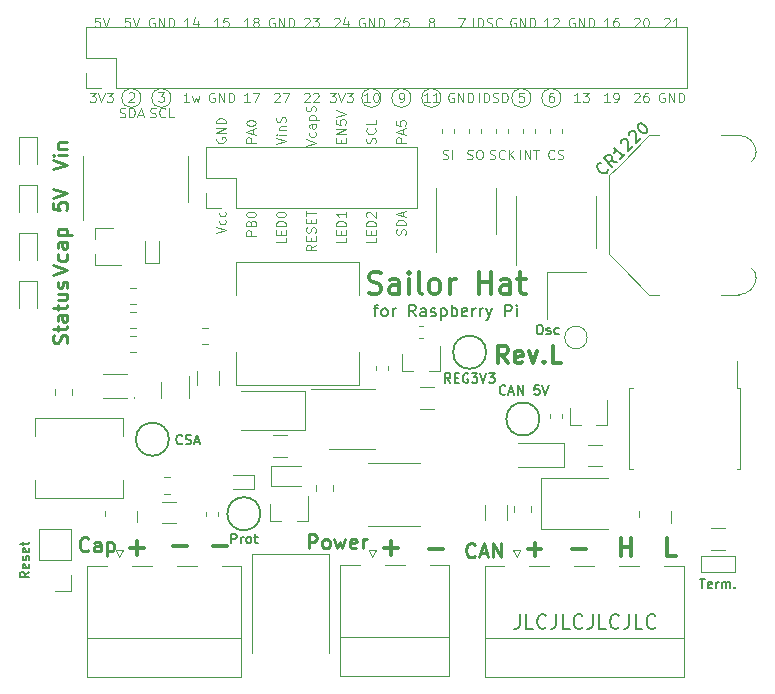
<source format=gbr>
%TF.GenerationSoftware,KiCad,Pcbnew,(5.1.8-0-10_14)*%
%TF.CreationDate,2020-11-27T15:46:17+02:00*%
%TF.ProjectId,SH-RPi,53482d52-5069-42e6-9b69-6361645f7063,revL*%
%TF.SameCoordinates,Original*%
%TF.FileFunction,Legend,Top*%
%TF.FilePolarity,Positive*%
%FSLAX46Y46*%
G04 Gerber Fmt 4.6, Leading zero omitted, Abs format (unit mm)*
G04 Created by KiCad (PCBNEW (5.1.8-0-10_14)) date 2020-11-27 15:46:17*
%MOMM*%
%LPD*%
G01*
G04 APERTURE LIST*
%ADD10C,0.153000*%
%ADD11C,0.120000*%
%ADD12C,0.200000*%
%ADD13C,0.300000*%
%ADD14C,0.150000*%
%ADD15C,0.250000*%
%ADD16C,0.375000*%
%ADD17C,0.100000*%
G04 APERTURE END LIST*
D10*
X79229142Y-65855904D02*
X79686285Y-65855904D01*
X79457714Y-66655904D02*
X79457714Y-65855904D01*
X80257714Y-66617809D02*
X80181523Y-66655904D01*
X80029142Y-66655904D01*
X79952952Y-66617809D01*
X79914857Y-66541619D01*
X79914857Y-66236857D01*
X79952952Y-66160666D01*
X80029142Y-66122571D01*
X80181523Y-66122571D01*
X80257714Y-66160666D01*
X80295809Y-66236857D01*
X80295809Y-66313047D01*
X79914857Y-66389238D01*
X80638666Y-66655904D02*
X80638666Y-66122571D01*
X80638666Y-66274952D02*
X80676761Y-66198761D01*
X80714857Y-66160666D01*
X80791047Y-66122571D01*
X80867238Y-66122571D01*
X81133904Y-66655904D02*
X81133904Y-66122571D01*
X81133904Y-66198761D02*
X81172000Y-66160666D01*
X81248190Y-66122571D01*
X81362476Y-66122571D01*
X81438666Y-66160666D01*
X81476761Y-66236857D01*
X81476761Y-66655904D01*
X81476761Y-66236857D02*
X81514857Y-66160666D01*
X81591047Y-66122571D01*
X81705333Y-66122571D01*
X81781523Y-66160666D01*
X81819619Y-66236857D01*
X81819619Y-66655904D01*
X82200571Y-66579714D02*
X82238666Y-66617809D01*
X82200571Y-66655904D01*
X82162476Y-66617809D01*
X82200571Y-66579714D01*
X82200571Y-66655904D01*
D11*
X66922666Y-30257714D02*
X66884571Y-30295809D01*
X66770285Y-30333904D01*
X66694095Y-30333904D01*
X66579809Y-30295809D01*
X66503619Y-30219619D01*
X66465523Y-30143428D01*
X66427428Y-29991047D01*
X66427428Y-29876761D01*
X66465523Y-29724380D01*
X66503619Y-29648190D01*
X66579809Y-29572000D01*
X66694095Y-29533904D01*
X66770285Y-29533904D01*
X66884571Y-29572000D01*
X66922666Y-29610095D01*
X67227428Y-30295809D02*
X67341714Y-30333904D01*
X67532190Y-30333904D01*
X67608380Y-30295809D01*
X67646476Y-30257714D01*
X67684571Y-30181523D01*
X67684571Y-30105333D01*
X67646476Y-30029142D01*
X67608380Y-29991047D01*
X67532190Y-29952952D01*
X67379809Y-29914857D01*
X67303619Y-29876761D01*
X67265523Y-29838666D01*
X67227428Y-29762476D01*
X67227428Y-29686285D01*
X67265523Y-29610095D01*
X67303619Y-29572000D01*
X67379809Y-29533904D01*
X67570285Y-29533904D01*
X67684571Y-29572000D01*
X64046190Y-30333904D02*
X64046190Y-29533904D01*
X64427142Y-30333904D02*
X64427142Y-29533904D01*
X64884285Y-30333904D01*
X64884285Y-29533904D01*
X65150952Y-29533904D02*
X65608095Y-29533904D01*
X65379523Y-30333904D02*
X65379523Y-29533904D01*
X61455428Y-30295809D02*
X61569714Y-30333904D01*
X61760190Y-30333904D01*
X61836380Y-30295809D01*
X61874476Y-30257714D01*
X61912571Y-30181523D01*
X61912571Y-30105333D01*
X61874476Y-30029142D01*
X61836380Y-29991047D01*
X61760190Y-29952952D01*
X61607809Y-29914857D01*
X61531619Y-29876761D01*
X61493523Y-29838666D01*
X61455428Y-29762476D01*
X61455428Y-29686285D01*
X61493523Y-29610095D01*
X61531619Y-29572000D01*
X61607809Y-29533904D01*
X61798285Y-29533904D01*
X61912571Y-29572000D01*
X62712571Y-30257714D02*
X62674476Y-30295809D01*
X62560190Y-30333904D01*
X62484000Y-30333904D01*
X62369714Y-30295809D01*
X62293523Y-30219619D01*
X62255428Y-30143428D01*
X62217333Y-29991047D01*
X62217333Y-29876761D01*
X62255428Y-29724380D01*
X62293523Y-29648190D01*
X62369714Y-29572000D01*
X62484000Y-29533904D01*
X62560190Y-29533904D01*
X62674476Y-29572000D01*
X62712571Y-29610095D01*
X63055428Y-30333904D02*
X63055428Y-29533904D01*
X63512571Y-30333904D02*
X63169714Y-29876761D01*
X63512571Y-29533904D02*
X63055428Y-29991047D01*
X59550380Y-30295809D02*
X59664666Y-30333904D01*
X59855142Y-30333904D01*
X59931333Y-30295809D01*
X59969428Y-30257714D01*
X60007523Y-30181523D01*
X60007523Y-30105333D01*
X59969428Y-30029142D01*
X59931333Y-29991047D01*
X59855142Y-29952952D01*
X59702761Y-29914857D01*
X59626571Y-29876761D01*
X59588476Y-29838666D01*
X59550380Y-29762476D01*
X59550380Y-29686285D01*
X59588476Y-29610095D01*
X59626571Y-29572000D01*
X59702761Y-29533904D01*
X59893238Y-29533904D01*
X60007523Y-29572000D01*
X60502761Y-29533904D02*
X60655142Y-29533904D01*
X60731333Y-29572000D01*
X60807523Y-29648190D01*
X60845619Y-29800571D01*
X60845619Y-30067238D01*
X60807523Y-30219619D01*
X60731333Y-30295809D01*
X60655142Y-30333904D01*
X60502761Y-30333904D01*
X60426571Y-30295809D01*
X60350380Y-30219619D01*
X60312285Y-30067238D01*
X60312285Y-29800571D01*
X60350380Y-29648190D01*
X60426571Y-29572000D01*
X60502761Y-29533904D01*
X57492952Y-30295809D02*
X57607238Y-30333904D01*
X57797714Y-30333904D01*
X57873904Y-30295809D01*
X57912000Y-30257714D01*
X57950095Y-30181523D01*
X57950095Y-30105333D01*
X57912000Y-30029142D01*
X57873904Y-29991047D01*
X57797714Y-29952952D01*
X57645333Y-29914857D01*
X57569142Y-29876761D01*
X57531047Y-29838666D01*
X57492952Y-29762476D01*
X57492952Y-29686285D01*
X57531047Y-29610095D01*
X57569142Y-29572000D01*
X57645333Y-29533904D01*
X57835809Y-29533904D01*
X57950095Y-29572000D01*
X58292952Y-30333904D02*
X58292952Y-29533904D01*
D12*
X63989642Y-68875357D02*
X63989642Y-69732500D01*
X63932500Y-69903928D01*
X63818214Y-70018214D01*
X63646785Y-70075357D01*
X63532500Y-70075357D01*
X65132500Y-70075357D02*
X64561071Y-70075357D01*
X64561071Y-68875357D01*
X66218214Y-69961071D02*
X66161071Y-70018214D01*
X65989642Y-70075357D01*
X65875357Y-70075357D01*
X65703928Y-70018214D01*
X65589642Y-69903928D01*
X65532500Y-69789642D01*
X65475357Y-69561071D01*
X65475357Y-69389642D01*
X65532500Y-69161071D01*
X65589642Y-69046785D01*
X65703928Y-68932500D01*
X65875357Y-68875357D01*
X65989642Y-68875357D01*
X66161071Y-68932500D01*
X66218214Y-68989642D01*
X67075357Y-68875357D02*
X67075357Y-69732500D01*
X67018214Y-69903928D01*
X66903928Y-70018214D01*
X66732500Y-70075357D01*
X66618214Y-70075357D01*
X68218214Y-70075357D02*
X67646785Y-70075357D01*
X67646785Y-68875357D01*
X69303928Y-69961071D02*
X69246785Y-70018214D01*
X69075357Y-70075357D01*
X68961071Y-70075357D01*
X68789642Y-70018214D01*
X68675357Y-69903928D01*
X68618214Y-69789642D01*
X68561071Y-69561071D01*
X68561071Y-69389642D01*
X68618214Y-69161071D01*
X68675357Y-69046785D01*
X68789642Y-68932500D01*
X68961071Y-68875357D01*
X69075357Y-68875357D01*
X69246785Y-68932500D01*
X69303928Y-68989642D01*
X70161071Y-68875357D02*
X70161071Y-69732500D01*
X70103928Y-69903928D01*
X69989642Y-70018214D01*
X69818214Y-70075357D01*
X69703928Y-70075357D01*
X71303928Y-70075357D02*
X70732500Y-70075357D01*
X70732500Y-68875357D01*
X72389642Y-69961071D02*
X72332500Y-70018214D01*
X72161071Y-70075357D01*
X72046785Y-70075357D01*
X71875357Y-70018214D01*
X71761071Y-69903928D01*
X71703928Y-69789642D01*
X71646785Y-69561071D01*
X71646785Y-69389642D01*
X71703928Y-69161071D01*
X71761071Y-69046785D01*
X71875357Y-68932500D01*
X72046785Y-68875357D01*
X72161071Y-68875357D01*
X72332500Y-68932500D01*
X72389642Y-68989642D01*
X73246785Y-68875357D02*
X73246785Y-69732500D01*
X73189642Y-69903928D01*
X73075357Y-70018214D01*
X72903928Y-70075357D01*
X72789642Y-70075357D01*
X74389642Y-70075357D02*
X73818214Y-70075357D01*
X73818214Y-68875357D01*
X75475357Y-69961071D02*
X75418214Y-70018214D01*
X75246785Y-70075357D01*
X75132500Y-70075357D01*
X74961071Y-70018214D01*
X74846785Y-69903928D01*
X74789642Y-69789642D01*
X74732500Y-69561071D01*
X74732500Y-69389642D01*
X74789642Y-69161071D01*
X74846785Y-69046785D01*
X74961071Y-68932500D01*
X75132500Y-68875357D01*
X75246785Y-68875357D01*
X75418214Y-68932500D01*
X75475357Y-68989642D01*
D13*
X51202457Y-41622571D02*
X51459600Y-41708285D01*
X51888171Y-41708285D01*
X52059600Y-41622571D01*
X52145314Y-41536857D01*
X52231028Y-41365428D01*
X52231028Y-41194000D01*
X52145314Y-41022571D01*
X52059600Y-40936857D01*
X51888171Y-40851142D01*
X51545314Y-40765428D01*
X51373885Y-40679714D01*
X51288171Y-40594000D01*
X51202457Y-40422571D01*
X51202457Y-40251142D01*
X51288171Y-40079714D01*
X51373885Y-39994000D01*
X51545314Y-39908285D01*
X51973885Y-39908285D01*
X52231028Y-39994000D01*
X53773885Y-41708285D02*
X53773885Y-40765428D01*
X53688171Y-40594000D01*
X53516742Y-40508285D01*
X53173885Y-40508285D01*
X53002457Y-40594000D01*
X53773885Y-41622571D02*
X53602457Y-41708285D01*
X53173885Y-41708285D01*
X53002457Y-41622571D01*
X52916742Y-41451142D01*
X52916742Y-41279714D01*
X53002457Y-41108285D01*
X53173885Y-41022571D01*
X53602457Y-41022571D01*
X53773885Y-40936857D01*
X54631028Y-41708285D02*
X54631028Y-40508285D01*
X54631028Y-39908285D02*
X54545314Y-39994000D01*
X54631028Y-40079714D01*
X54716742Y-39994000D01*
X54631028Y-39908285D01*
X54631028Y-40079714D01*
X55745314Y-41708285D02*
X55573885Y-41622571D01*
X55488171Y-41451142D01*
X55488171Y-39908285D01*
X56688171Y-41708285D02*
X56516742Y-41622571D01*
X56431028Y-41536857D01*
X56345314Y-41365428D01*
X56345314Y-40851142D01*
X56431028Y-40679714D01*
X56516742Y-40594000D01*
X56688171Y-40508285D01*
X56945314Y-40508285D01*
X57116742Y-40594000D01*
X57202457Y-40679714D01*
X57288171Y-40851142D01*
X57288171Y-41365428D01*
X57202457Y-41536857D01*
X57116742Y-41622571D01*
X56945314Y-41708285D01*
X56688171Y-41708285D01*
X58059600Y-41708285D02*
X58059600Y-40508285D01*
X58059600Y-40851142D02*
X58145314Y-40679714D01*
X58231028Y-40594000D01*
X58402457Y-40508285D01*
X58573885Y-40508285D01*
X60545314Y-41708285D02*
X60545314Y-39908285D01*
X60545314Y-40765428D02*
X61573885Y-40765428D01*
X61573885Y-41708285D02*
X61573885Y-39908285D01*
X63202457Y-41708285D02*
X63202457Y-40765428D01*
X63116742Y-40594000D01*
X62945314Y-40508285D01*
X62602457Y-40508285D01*
X62431028Y-40594000D01*
X63202457Y-41622571D02*
X63031028Y-41708285D01*
X62602457Y-41708285D01*
X62431028Y-41622571D01*
X62345314Y-41451142D01*
X62345314Y-41279714D01*
X62431028Y-41108285D01*
X62602457Y-41022571D01*
X63031028Y-41022571D01*
X63202457Y-40936857D01*
X63802457Y-40508285D02*
X64488171Y-40508285D01*
X64059600Y-39908285D02*
X64059600Y-41451142D01*
X64145314Y-41622571D01*
X64316742Y-41708285D01*
X64488171Y-41708285D01*
D14*
X71478481Y-31198095D02*
X71478481Y-31265438D01*
X71411137Y-31400125D01*
X71343794Y-31467469D01*
X71209107Y-31534812D01*
X71074420Y-31534812D01*
X70973404Y-31501140D01*
X70805046Y-31400125D01*
X70704030Y-31299110D01*
X70603015Y-31130751D01*
X70569343Y-31029736D01*
X70569343Y-30895049D01*
X70636687Y-30760362D01*
X70704030Y-30693018D01*
X70838717Y-30625675D01*
X70906061Y-30625675D01*
X72252931Y-30558331D02*
X71680511Y-30457316D01*
X71848870Y-30962392D02*
X71141763Y-30255286D01*
X71411137Y-29985912D01*
X71512152Y-29952240D01*
X71579496Y-29952240D01*
X71680511Y-29985912D01*
X71781526Y-30086927D01*
X71815198Y-30187942D01*
X71815198Y-30255286D01*
X71781526Y-30356301D01*
X71512152Y-30625675D01*
X72926366Y-29884896D02*
X72522305Y-30288957D01*
X72724335Y-30086927D02*
X72017229Y-29379820D01*
X72050900Y-29548179D01*
X72050900Y-29682866D01*
X72017229Y-29783881D01*
X72555977Y-28975759D02*
X72555977Y-28908416D01*
X72589648Y-28807400D01*
X72758007Y-28639042D01*
X72859022Y-28605370D01*
X72926366Y-28605370D01*
X73027381Y-28639042D01*
X73094725Y-28706385D01*
X73162068Y-28841072D01*
X73162068Y-29649194D01*
X73599801Y-29211461D01*
X73229412Y-28302324D02*
X73229412Y-28234981D01*
X73263083Y-28133965D01*
X73431442Y-27965607D01*
X73532457Y-27931935D01*
X73599801Y-27931935D01*
X73700816Y-27965607D01*
X73768160Y-28032950D01*
X73835503Y-28167637D01*
X73835503Y-28975759D01*
X74273236Y-28538026D01*
X74003862Y-27393187D02*
X74071205Y-27325843D01*
X74172221Y-27292172D01*
X74239564Y-27292172D01*
X74340579Y-27325843D01*
X74508938Y-27426859D01*
X74677297Y-27595217D01*
X74778312Y-27763576D01*
X74811984Y-27864591D01*
X74811984Y-27931935D01*
X74778312Y-28032950D01*
X74710969Y-28100294D01*
X74609953Y-28133965D01*
X74542610Y-28133965D01*
X74441595Y-28100294D01*
X74273236Y-27999278D01*
X74104877Y-27830920D01*
X74003862Y-27662561D01*
X73970190Y-27561546D01*
X73970190Y-27494202D01*
X74003862Y-27393187D01*
D11*
X54298809Y-36717238D02*
X54336904Y-36602952D01*
X54336904Y-36412476D01*
X54298809Y-36336285D01*
X54260714Y-36298190D01*
X54184523Y-36260095D01*
X54108333Y-36260095D01*
X54032142Y-36298190D01*
X53994047Y-36336285D01*
X53955952Y-36412476D01*
X53917857Y-36564857D01*
X53879761Y-36641047D01*
X53841666Y-36679142D01*
X53765476Y-36717238D01*
X53689285Y-36717238D01*
X53613095Y-36679142D01*
X53575000Y-36641047D01*
X53536904Y-36564857D01*
X53536904Y-36374380D01*
X53575000Y-36260095D01*
X54336904Y-35917238D02*
X53536904Y-35917238D01*
X53536904Y-35726761D01*
X53575000Y-35612476D01*
X53651190Y-35536285D01*
X53727380Y-35498190D01*
X53879761Y-35460095D01*
X53994047Y-35460095D01*
X54146428Y-35498190D01*
X54222619Y-35536285D01*
X54298809Y-35612476D01*
X54336904Y-35726761D01*
X54336904Y-35917238D01*
X54108333Y-35155333D02*
X54108333Y-34774380D01*
X54336904Y-35231523D02*
X53536904Y-34964857D01*
X54336904Y-34698190D01*
X51796904Y-36983904D02*
X51796904Y-37364857D01*
X50996904Y-37364857D01*
X51377857Y-36717238D02*
X51377857Y-36450571D01*
X51796904Y-36336285D02*
X51796904Y-36717238D01*
X50996904Y-36717238D01*
X50996904Y-36336285D01*
X51796904Y-35993428D02*
X50996904Y-35993428D01*
X50996904Y-35802952D01*
X51035000Y-35688666D01*
X51111190Y-35612476D01*
X51187380Y-35574380D01*
X51339761Y-35536285D01*
X51454047Y-35536285D01*
X51606428Y-35574380D01*
X51682619Y-35612476D01*
X51758809Y-35688666D01*
X51796904Y-35802952D01*
X51796904Y-35993428D01*
X51073095Y-35231523D02*
X51035000Y-35193428D01*
X50996904Y-35117238D01*
X50996904Y-34926761D01*
X51035000Y-34850571D01*
X51073095Y-34812476D01*
X51149285Y-34774380D01*
X51225476Y-34774380D01*
X51339761Y-34812476D01*
X51796904Y-35269619D01*
X51796904Y-34774380D01*
X49256904Y-36983904D02*
X49256904Y-37364857D01*
X48456904Y-37364857D01*
X48837857Y-36717238D02*
X48837857Y-36450571D01*
X49256904Y-36336285D02*
X49256904Y-36717238D01*
X48456904Y-36717238D01*
X48456904Y-36336285D01*
X49256904Y-35993428D02*
X48456904Y-35993428D01*
X48456904Y-35802952D01*
X48495000Y-35688666D01*
X48571190Y-35612476D01*
X48647380Y-35574380D01*
X48799761Y-35536285D01*
X48914047Y-35536285D01*
X49066428Y-35574380D01*
X49142619Y-35612476D01*
X49218809Y-35688666D01*
X49256904Y-35802952D01*
X49256904Y-35993428D01*
X49256904Y-34774380D02*
X49256904Y-35231523D01*
X49256904Y-35002952D02*
X48456904Y-35002952D01*
X48571190Y-35079142D01*
X48647380Y-35155333D01*
X48685476Y-35231523D01*
X46716904Y-37593428D02*
X46335952Y-37860095D01*
X46716904Y-38050571D02*
X45916904Y-38050571D01*
X45916904Y-37745809D01*
X45955000Y-37669619D01*
X45993095Y-37631523D01*
X46069285Y-37593428D01*
X46183571Y-37593428D01*
X46259761Y-37631523D01*
X46297857Y-37669619D01*
X46335952Y-37745809D01*
X46335952Y-38050571D01*
X46297857Y-37250571D02*
X46297857Y-36983904D01*
X46716904Y-36869619D02*
X46716904Y-37250571D01*
X45916904Y-37250571D01*
X45916904Y-36869619D01*
X46678809Y-36564857D02*
X46716904Y-36450571D01*
X46716904Y-36260095D01*
X46678809Y-36183904D01*
X46640714Y-36145809D01*
X46564523Y-36107714D01*
X46488333Y-36107714D01*
X46412142Y-36145809D01*
X46374047Y-36183904D01*
X46335952Y-36260095D01*
X46297857Y-36412476D01*
X46259761Y-36488666D01*
X46221666Y-36526761D01*
X46145476Y-36564857D01*
X46069285Y-36564857D01*
X45993095Y-36526761D01*
X45955000Y-36488666D01*
X45916904Y-36412476D01*
X45916904Y-36222000D01*
X45955000Y-36107714D01*
X46297857Y-35764857D02*
X46297857Y-35498190D01*
X46716904Y-35383904D02*
X46716904Y-35764857D01*
X45916904Y-35764857D01*
X45916904Y-35383904D01*
X45916904Y-35155333D02*
X45916904Y-34698190D01*
X46716904Y-34926761D02*
X45916904Y-34926761D01*
X44176904Y-36983904D02*
X44176904Y-37364857D01*
X43376904Y-37364857D01*
X43757857Y-36717238D02*
X43757857Y-36450571D01*
X44176904Y-36336285D02*
X44176904Y-36717238D01*
X43376904Y-36717238D01*
X43376904Y-36336285D01*
X44176904Y-35993428D02*
X43376904Y-35993428D01*
X43376904Y-35802952D01*
X43415000Y-35688666D01*
X43491190Y-35612476D01*
X43567380Y-35574380D01*
X43719761Y-35536285D01*
X43834047Y-35536285D01*
X43986428Y-35574380D01*
X44062619Y-35612476D01*
X44138809Y-35688666D01*
X44176904Y-35802952D01*
X44176904Y-35993428D01*
X43376904Y-35041047D02*
X43376904Y-34964857D01*
X43415000Y-34888666D01*
X43453095Y-34850571D01*
X43529285Y-34812476D01*
X43681666Y-34774380D01*
X43872142Y-34774380D01*
X44024523Y-34812476D01*
X44100714Y-34850571D01*
X44138809Y-34888666D01*
X44176904Y-34964857D01*
X44176904Y-35041047D01*
X44138809Y-35117238D01*
X44100714Y-35155333D01*
X44024523Y-35193428D01*
X43872142Y-35231523D01*
X43681666Y-35231523D01*
X43529285Y-35193428D01*
X43453095Y-35155333D01*
X43415000Y-35117238D01*
X43376904Y-35041047D01*
X41636904Y-36793428D02*
X40836904Y-36793428D01*
X40836904Y-36488666D01*
X40875000Y-36412476D01*
X40913095Y-36374380D01*
X40989285Y-36336285D01*
X41103571Y-36336285D01*
X41179761Y-36374380D01*
X41217857Y-36412476D01*
X41255952Y-36488666D01*
X41255952Y-36793428D01*
X41217857Y-35726761D02*
X41255952Y-35612476D01*
X41294047Y-35574380D01*
X41370238Y-35536285D01*
X41484523Y-35536285D01*
X41560714Y-35574380D01*
X41598809Y-35612476D01*
X41636904Y-35688666D01*
X41636904Y-35993428D01*
X40836904Y-35993428D01*
X40836904Y-35726761D01*
X40875000Y-35650571D01*
X40913095Y-35612476D01*
X40989285Y-35574380D01*
X41065476Y-35574380D01*
X41141666Y-35612476D01*
X41179761Y-35650571D01*
X41217857Y-35726761D01*
X41217857Y-35993428D01*
X40836904Y-35041047D02*
X40836904Y-34964857D01*
X40875000Y-34888666D01*
X40913095Y-34850571D01*
X40989285Y-34812476D01*
X41141666Y-34774380D01*
X41332142Y-34774380D01*
X41484523Y-34812476D01*
X41560714Y-34850571D01*
X41598809Y-34888666D01*
X41636904Y-34964857D01*
X41636904Y-35041047D01*
X41598809Y-35117238D01*
X41560714Y-35155333D01*
X41484523Y-35193428D01*
X41332142Y-35231523D01*
X41141666Y-35231523D01*
X40989285Y-35193428D01*
X40913095Y-35155333D01*
X40875000Y-35117238D01*
X40836904Y-35041047D01*
X38296904Y-36602952D02*
X39096904Y-36336285D01*
X38296904Y-36069619D01*
X39058809Y-35460095D02*
X39096904Y-35536285D01*
X39096904Y-35688666D01*
X39058809Y-35764857D01*
X39020714Y-35802952D01*
X38944523Y-35841047D01*
X38715952Y-35841047D01*
X38639761Y-35802952D01*
X38601666Y-35764857D01*
X38563571Y-35688666D01*
X38563571Y-35536285D01*
X38601666Y-35460095D01*
X39058809Y-34774380D02*
X39096904Y-34850571D01*
X39096904Y-35002952D01*
X39058809Y-35079142D01*
X39020714Y-35117238D01*
X38944523Y-35155333D01*
X38715952Y-35155333D01*
X38639761Y-35117238D01*
X38601666Y-35079142D01*
X38563571Y-35002952D01*
X38563571Y-34850571D01*
X38601666Y-34774380D01*
X54336904Y-28941523D02*
X53536904Y-28941523D01*
X53536904Y-28636761D01*
X53575000Y-28560571D01*
X53613095Y-28522476D01*
X53689285Y-28484380D01*
X53803571Y-28484380D01*
X53879761Y-28522476D01*
X53917857Y-28560571D01*
X53955952Y-28636761D01*
X53955952Y-28941523D01*
X54108333Y-28179619D02*
X54108333Y-27798666D01*
X54336904Y-28255809D02*
X53536904Y-27989142D01*
X54336904Y-27722476D01*
X53536904Y-27074857D02*
X53536904Y-27455809D01*
X53917857Y-27493904D01*
X53879761Y-27455809D01*
X53841666Y-27379619D01*
X53841666Y-27189142D01*
X53879761Y-27112952D01*
X53917857Y-27074857D01*
X53994047Y-27036761D01*
X54184523Y-27036761D01*
X54260714Y-27074857D01*
X54298809Y-27112952D01*
X54336904Y-27189142D01*
X54336904Y-27379619D01*
X54298809Y-27455809D01*
X54260714Y-27493904D01*
X51758809Y-28979619D02*
X51796904Y-28865333D01*
X51796904Y-28674857D01*
X51758809Y-28598666D01*
X51720714Y-28560571D01*
X51644523Y-28522476D01*
X51568333Y-28522476D01*
X51492142Y-28560571D01*
X51454047Y-28598666D01*
X51415952Y-28674857D01*
X51377857Y-28827238D01*
X51339761Y-28903428D01*
X51301666Y-28941523D01*
X51225476Y-28979619D01*
X51149285Y-28979619D01*
X51073095Y-28941523D01*
X51035000Y-28903428D01*
X50996904Y-28827238D01*
X50996904Y-28636761D01*
X51035000Y-28522476D01*
X51720714Y-27722476D02*
X51758809Y-27760571D01*
X51796904Y-27874857D01*
X51796904Y-27951047D01*
X51758809Y-28065333D01*
X51682619Y-28141523D01*
X51606428Y-28179619D01*
X51454047Y-28217714D01*
X51339761Y-28217714D01*
X51187380Y-28179619D01*
X51111190Y-28141523D01*
X51035000Y-28065333D01*
X50996904Y-27951047D01*
X50996904Y-27874857D01*
X51035000Y-27760571D01*
X51073095Y-27722476D01*
X51796904Y-26998666D02*
X51796904Y-27379619D01*
X50996904Y-27379619D01*
X48837857Y-28941523D02*
X48837857Y-28674857D01*
X49256904Y-28560571D02*
X49256904Y-28941523D01*
X48456904Y-28941523D01*
X48456904Y-28560571D01*
X49256904Y-28217714D02*
X48456904Y-28217714D01*
X49256904Y-27760571D01*
X48456904Y-27760571D01*
X48456904Y-26998666D02*
X48456904Y-27379619D01*
X48837857Y-27417714D01*
X48799761Y-27379619D01*
X48761666Y-27303428D01*
X48761666Y-27112952D01*
X48799761Y-27036761D01*
X48837857Y-26998666D01*
X48914047Y-26960571D01*
X49104523Y-26960571D01*
X49180714Y-26998666D01*
X49218809Y-27036761D01*
X49256904Y-27112952D01*
X49256904Y-27303428D01*
X49218809Y-27379619D01*
X49180714Y-27417714D01*
X48456904Y-26732000D02*
X49256904Y-26465333D01*
X48456904Y-26198666D01*
X45916904Y-29182809D02*
X46716904Y-28916142D01*
X45916904Y-28649476D01*
X46678809Y-28039952D02*
X46716904Y-28116142D01*
X46716904Y-28268523D01*
X46678809Y-28344714D01*
X46640714Y-28382809D01*
X46564523Y-28420904D01*
X46335952Y-28420904D01*
X46259761Y-28382809D01*
X46221666Y-28344714D01*
X46183571Y-28268523D01*
X46183571Y-28116142D01*
X46221666Y-28039952D01*
X46716904Y-27354238D02*
X46297857Y-27354238D01*
X46221666Y-27392333D01*
X46183571Y-27468523D01*
X46183571Y-27620904D01*
X46221666Y-27697095D01*
X46678809Y-27354238D02*
X46716904Y-27430428D01*
X46716904Y-27620904D01*
X46678809Y-27697095D01*
X46602619Y-27735190D01*
X46526428Y-27735190D01*
X46450238Y-27697095D01*
X46412142Y-27620904D01*
X46412142Y-27430428D01*
X46374047Y-27354238D01*
X46183571Y-26973285D02*
X46983571Y-26973285D01*
X46221666Y-26973285D02*
X46183571Y-26897095D01*
X46183571Y-26744714D01*
X46221666Y-26668523D01*
X46259761Y-26630428D01*
X46335952Y-26592333D01*
X46564523Y-26592333D01*
X46640714Y-26630428D01*
X46678809Y-26668523D01*
X46716904Y-26744714D01*
X46716904Y-26897095D01*
X46678809Y-26973285D01*
X46678809Y-26287571D02*
X46716904Y-26173285D01*
X46716904Y-25982809D01*
X46678809Y-25906619D01*
X46640714Y-25868523D01*
X46564523Y-25830428D01*
X46488333Y-25830428D01*
X46412142Y-25868523D01*
X46374047Y-25906619D01*
X46335952Y-25982809D01*
X46297857Y-26135190D01*
X46259761Y-26211380D01*
X46221666Y-26249476D01*
X46145476Y-26287571D01*
X46069285Y-26287571D01*
X45993095Y-26249476D01*
X45955000Y-26211380D01*
X45916904Y-26135190D01*
X45916904Y-25944714D01*
X45955000Y-25830428D01*
X43376904Y-29055809D02*
X44176904Y-28789142D01*
X43376904Y-28522476D01*
X44176904Y-28255809D02*
X43643571Y-28255809D01*
X43376904Y-28255809D02*
X43415000Y-28293904D01*
X43453095Y-28255809D01*
X43415000Y-28217714D01*
X43376904Y-28255809D01*
X43453095Y-28255809D01*
X43643571Y-27874857D02*
X44176904Y-27874857D01*
X43719761Y-27874857D02*
X43681666Y-27836761D01*
X43643571Y-27760571D01*
X43643571Y-27646285D01*
X43681666Y-27570095D01*
X43757857Y-27532000D01*
X44176904Y-27532000D01*
X44138809Y-27189142D02*
X44176904Y-27074857D01*
X44176904Y-26884380D01*
X44138809Y-26808190D01*
X44100714Y-26770095D01*
X44024523Y-26732000D01*
X43948333Y-26732000D01*
X43872142Y-26770095D01*
X43834047Y-26808190D01*
X43795952Y-26884380D01*
X43757857Y-27036761D01*
X43719761Y-27112952D01*
X43681666Y-27151047D01*
X43605476Y-27189142D01*
X43529285Y-27189142D01*
X43453095Y-27151047D01*
X43415000Y-27112952D01*
X43376904Y-27036761D01*
X43376904Y-26846285D01*
X43415000Y-26732000D01*
X41636904Y-28941523D02*
X40836904Y-28941523D01*
X40836904Y-28636761D01*
X40875000Y-28560571D01*
X40913095Y-28522476D01*
X40989285Y-28484380D01*
X41103571Y-28484380D01*
X41179761Y-28522476D01*
X41217857Y-28560571D01*
X41255952Y-28636761D01*
X41255952Y-28941523D01*
X41408333Y-28179619D02*
X41408333Y-27798666D01*
X41636904Y-28255809D02*
X40836904Y-27989142D01*
X41636904Y-27722476D01*
X40836904Y-27303428D02*
X40836904Y-27227238D01*
X40875000Y-27151047D01*
X40913095Y-27112952D01*
X40989285Y-27074857D01*
X41141666Y-27036761D01*
X41332142Y-27036761D01*
X41484523Y-27074857D01*
X41560714Y-27112952D01*
X41598809Y-27151047D01*
X41636904Y-27227238D01*
X41636904Y-27303428D01*
X41598809Y-27379619D01*
X41560714Y-27417714D01*
X41484523Y-27455809D01*
X41332142Y-27493904D01*
X41141666Y-27493904D01*
X40989285Y-27455809D01*
X40913095Y-27417714D01*
X40875000Y-27379619D01*
X40836904Y-27303428D01*
X38335000Y-28522476D02*
X38296904Y-28598666D01*
X38296904Y-28712952D01*
X38335000Y-28827238D01*
X38411190Y-28903428D01*
X38487380Y-28941523D01*
X38639761Y-28979619D01*
X38754047Y-28979619D01*
X38906428Y-28941523D01*
X38982619Y-28903428D01*
X39058809Y-28827238D01*
X39096904Y-28712952D01*
X39096904Y-28636761D01*
X39058809Y-28522476D01*
X39020714Y-28484380D01*
X38754047Y-28484380D01*
X38754047Y-28636761D01*
X39096904Y-28141523D02*
X38296904Y-28141523D01*
X39096904Y-27684380D01*
X38296904Y-27684380D01*
X39096904Y-27303428D02*
X38296904Y-27303428D01*
X38296904Y-27112952D01*
X38335000Y-26998666D01*
X38411190Y-26922476D01*
X38487380Y-26884380D01*
X38639761Y-26846285D01*
X38754047Y-26846285D01*
X38906428Y-26884380D01*
X38982619Y-26922476D01*
X39058809Y-26998666D01*
X39096904Y-27112952D01*
X39096904Y-27303428D01*
X67488197Y-25142000D02*
G75*
G03*
X67488197Y-25142000I-813197J0D01*
G01*
X64948197Y-25142000D02*
G75*
G03*
X64948197Y-25142000I-813197J0D01*
G01*
X57328197Y-25142000D02*
G75*
G03*
X57328197Y-25142000I-813197J0D01*
G01*
X54788197Y-25142000D02*
G75*
G03*
X54788197Y-25142000I-813197J0D01*
G01*
X52248197Y-25142000D02*
G75*
G03*
X52248197Y-25142000I-813197J0D01*
G01*
X34468197Y-25142000D02*
G75*
G03*
X34468197Y-25142000I-813197J0D01*
G01*
X31928197Y-25142000D02*
G75*
G03*
X31928197Y-25142000I-813197J0D01*
G01*
X28422619Y-18357904D02*
X28041666Y-18357904D01*
X28003571Y-18738857D01*
X28041666Y-18700761D01*
X28117857Y-18662666D01*
X28308333Y-18662666D01*
X28384523Y-18700761D01*
X28422619Y-18738857D01*
X28460714Y-18815047D01*
X28460714Y-19005523D01*
X28422619Y-19081714D01*
X28384523Y-19119809D01*
X28308333Y-19157904D01*
X28117857Y-19157904D01*
X28041666Y-19119809D01*
X28003571Y-19081714D01*
X28689285Y-18357904D02*
X28955952Y-19157904D01*
X29222619Y-18357904D01*
X30962619Y-18357904D02*
X30581666Y-18357904D01*
X30543571Y-18738857D01*
X30581666Y-18700761D01*
X30657857Y-18662666D01*
X30848333Y-18662666D01*
X30924523Y-18700761D01*
X30962619Y-18738857D01*
X31000714Y-18815047D01*
X31000714Y-19005523D01*
X30962619Y-19081714D01*
X30924523Y-19119809D01*
X30848333Y-19157904D01*
X30657857Y-19157904D01*
X30581666Y-19119809D01*
X30543571Y-19081714D01*
X31229285Y-18357904D02*
X31495952Y-19157904D01*
X31762619Y-18357904D01*
X33045476Y-18396000D02*
X32969285Y-18357904D01*
X32855000Y-18357904D01*
X32740714Y-18396000D01*
X32664523Y-18472190D01*
X32626428Y-18548380D01*
X32588333Y-18700761D01*
X32588333Y-18815047D01*
X32626428Y-18967428D01*
X32664523Y-19043619D01*
X32740714Y-19119809D01*
X32855000Y-19157904D01*
X32931190Y-19157904D01*
X33045476Y-19119809D01*
X33083571Y-19081714D01*
X33083571Y-18815047D01*
X32931190Y-18815047D01*
X33426428Y-19157904D02*
X33426428Y-18357904D01*
X33883571Y-19157904D01*
X33883571Y-18357904D01*
X34264523Y-19157904D02*
X34264523Y-18357904D01*
X34455000Y-18357904D01*
X34569285Y-18396000D01*
X34645476Y-18472190D01*
X34683571Y-18548380D01*
X34721666Y-18700761D01*
X34721666Y-18815047D01*
X34683571Y-18967428D01*
X34645476Y-19043619D01*
X34569285Y-19119809D01*
X34455000Y-19157904D01*
X34264523Y-19157904D01*
X36042619Y-19157904D02*
X35585476Y-19157904D01*
X35814047Y-19157904D02*
X35814047Y-18357904D01*
X35737857Y-18472190D01*
X35661666Y-18548380D01*
X35585476Y-18586476D01*
X36728333Y-18624571D02*
X36728333Y-19157904D01*
X36537857Y-18319809D02*
X36347380Y-18891238D01*
X36842619Y-18891238D01*
X38582619Y-19157904D02*
X38125476Y-19157904D01*
X38354047Y-19157904D02*
X38354047Y-18357904D01*
X38277857Y-18472190D01*
X38201666Y-18548380D01*
X38125476Y-18586476D01*
X39306428Y-18357904D02*
X38925476Y-18357904D01*
X38887380Y-18738857D01*
X38925476Y-18700761D01*
X39001666Y-18662666D01*
X39192142Y-18662666D01*
X39268333Y-18700761D01*
X39306428Y-18738857D01*
X39344523Y-18815047D01*
X39344523Y-19005523D01*
X39306428Y-19081714D01*
X39268333Y-19119809D01*
X39192142Y-19157904D01*
X39001666Y-19157904D01*
X38925476Y-19119809D01*
X38887380Y-19081714D01*
X41122619Y-19157904D02*
X40665476Y-19157904D01*
X40894047Y-19157904D02*
X40894047Y-18357904D01*
X40817857Y-18472190D01*
X40741666Y-18548380D01*
X40665476Y-18586476D01*
X41579761Y-18700761D02*
X41503571Y-18662666D01*
X41465476Y-18624571D01*
X41427380Y-18548380D01*
X41427380Y-18510285D01*
X41465476Y-18434095D01*
X41503571Y-18396000D01*
X41579761Y-18357904D01*
X41732142Y-18357904D01*
X41808333Y-18396000D01*
X41846428Y-18434095D01*
X41884523Y-18510285D01*
X41884523Y-18548380D01*
X41846428Y-18624571D01*
X41808333Y-18662666D01*
X41732142Y-18700761D01*
X41579761Y-18700761D01*
X41503571Y-18738857D01*
X41465476Y-18776952D01*
X41427380Y-18853142D01*
X41427380Y-19005523D01*
X41465476Y-19081714D01*
X41503571Y-19119809D01*
X41579761Y-19157904D01*
X41732142Y-19157904D01*
X41808333Y-19119809D01*
X41846428Y-19081714D01*
X41884523Y-19005523D01*
X41884523Y-18853142D01*
X41846428Y-18776952D01*
X41808333Y-18738857D01*
X41732142Y-18700761D01*
X43205476Y-18396000D02*
X43129285Y-18357904D01*
X43015000Y-18357904D01*
X42900714Y-18396000D01*
X42824523Y-18472190D01*
X42786428Y-18548380D01*
X42748333Y-18700761D01*
X42748333Y-18815047D01*
X42786428Y-18967428D01*
X42824523Y-19043619D01*
X42900714Y-19119809D01*
X43015000Y-19157904D01*
X43091190Y-19157904D01*
X43205476Y-19119809D01*
X43243571Y-19081714D01*
X43243571Y-18815047D01*
X43091190Y-18815047D01*
X43586428Y-19157904D02*
X43586428Y-18357904D01*
X44043571Y-19157904D01*
X44043571Y-18357904D01*
X44424523Y-19157904D02*
X44424523Y-18357904D01*
X44615000Y-18357904D01*
X44729285Y-18396000D01*
X44805476Y-18472190D01*
X44843571Y-18548380D01*
X44881666Y-18700761D01*
X44881666Y-18815047D01*
X44843571Y-18967428D01*
X44805476Y-19043619D01*
X44729285Y-19119809D01*
X44615000Y-19157904D01*
X44424523Y-19157904D01*
X45745476Y-18434095D02*
X45783571Y-18396000D01*
X45859761Y-18357904D01*
X46050238Y-18357904D01*
X46126428Y-18396000D01*
X46164523Y-18434095D01*
X46202619Y-18510285D01*
X46202619Y-18586476D01*
X46164523Y-18700761D01*
X45707380Y-19157904D01*
X46202619Y-19157904D01*
X46469285Y-18357904D02*
X46964523Y-18357904D01*
X46697857Y-18662666D01*
X46812142Y-18662666D01*
X46888333Y-18700761D01*
X46926428Y-18738857D01*
X46964523Y-18815047D01*
X46964523Y-19005523D01*
X46926428Y-19081714D01*
X46888333Y-19119809D01*
X46812142Y-19157904D01*
X46583571Y-19157904D01*
X46507380Y-19119809D01*
X46469285Y-19081714D01*
X48285476Y-18434095D02*
X48323571Y-18396000D01*
X48399761Y-18357904D01*
X48590238Y-18357904D01*
X48666428Y-18396000D01*
X48704523Y-18434095D01*
X48742619Y-18510285D01*
X48742619Y-18586476D01*
X48704523Y-18700761D01*
X48247380Y-19157904D01*
X48742619Y-19157904D01*
X49428333Y-18624571D02*
X49428333Y-19157904D01*
X49237857Y-18319809D02*
X49047380Y-18891238D01*
X49542619Y-18891238D01*
X50825476Y-18396000D02*
X50749285Y-18357904D01*
X50635000Y-18357904D01*
X50520714Y-18396000D01*
X50444523Y-18472190D01*
X50406428Y-18548380D01*
X50368333Y-18700761D01*
X50368333Y-18815047D01*
X50406428Y-18967428D01*
X50444523Y-19043619D01*
X50520714Y-19119809D01*
X50635000Y-19157904D01*
X50711190Y-19157904D01*
X50825476Y-19119809D01*
X50863571Y-19081714D01*
X50863571Y-18815047D01*
X50711190Y-18815047D01*
X51206428Y-19157904D02*
X51206428Y-18357904D01*
X51663571Y-19157904D01*
X51663571Y-18357904D01*
X52044523Y-19157904D02*
X52044523Y-18357904D01*
X52235000Y-18357904D01*
X52349285Y-18396000D01*
X52425476Y-18472190D01*
X52463571Y-18548380D01*
X52501666Y-18700761D01*
X52501666Y-18815047D01*
X52463571Y-18967428D01*
X52425476Y-19043619D01*
X52349285Y-19119809D01*
X52235000Y-19157904D01*
X52044523Y-19157904D01*
X53365476Y-18434095D02*
X53403571Y-18396000D01*
X53479761Y-18357904D01*
X53670238Y-18357904D01*
X53746428Y-18396000D01*
X53784523Y-18434095D01*
X53822619Y-18510285D01*
X53822619Y-18586476D01*
X53784523Y-18700761D01*
X53327380Y-19157904D01*
X53822619Y-19157904D01*
X54546428Y-18357904D02*
X54165476Y-18357904D01*
X54127380Y-18738857D01*
X54165476Y-18700761D01*
X54241666Y-18662666D01*
X54432142Y-18662666D01*
X54508333Y-18700761D01*
X54546428Y-18738857D01*
X54584523Y-18815047D01*
X54584523Y-19005523D01*
X54546428Y-19081714D01*
X54508333Y-19119809D01*
X54432142Y-19157904D01*
X54241666Y-19157904D01*
X54165476Y-19119809D01*
X54127380Y-19081714D01*
X56438809Y-18700761D02*
X56362619Y-18662666D01*
X56324523Y-18624571D01*
X56286428Y-18548380D01*
X56286428Y-18510285D01*
X56324523Y-18434095D01*
X56362619Y-18396000D01*
X56438809Y-18357904D01*
X56591190Y-18357904D01*
X56667380Y-18396000D01*
X56705476Y-18434095D01*
X56743571Y-18510285D01*
X56743571Y-18548380D01*
X56705476Y-18624571D01*
X56667380Y-18662666D01*
X56591190Y-18700761D01*
X56438809Y-18700761D01*
X56362619Y-18738857D01*
X56324523Y-18776952D01*
X56286428Y-18853142D01*
X56286428Y-19005523D01*
X56324523Y-19081714D01*
X56362619Y-19119809D01*
X56438809Y-19157904D01*
X56591190Y-19157904D01*
X56667380Y-19119809D01*
X56705476Y-19081714D01*
X56743571Y-19005523D01*
X56743571Y-18853142D01*
X56705476Y-18776952D01*
X56667380Y-18738857D01*
X56591190Y-18700761D01*
X58788333Y-18357904D02*
X59321666Y-18357904D01*
X58978809Y-19157904D01*
X60069047Y-19157904D02*
X60069047Y-18357904D01*
X60450000Y-19157904D02*
X60450000Y-18357904D01*
X60640476Y-18357904D01*
X60754761Y-18396000D01*
X60830952Y-18472190D01*
X60869047Y-18548380D01*
X60907142Y-18700761D01*
X60907142Y-18815047D01*
X60869047Y-18967428D01*
X60830952Y-19043619D01*
X60754761Y-19119809D01*
X60640476Y-19157904D01*
X60450000Y-19157904D01*
X61211904Y-19119809D02*
X61326190Y-19157904D01*
X61516666Y-19157904D01*
X61592857Y-19119809D01*
X61630952Y-19081714D01*
X61669047Y-19005523D01*
X61669047Y-18929333D01*
X61630952Y-18853142D01*
X61592857Y-18815047D01*
X61516666Y-18776952D01*
X61364285Y-18738857D01*
X61288095Y-18700761D01*
X61250000Y-18662666D01*
X61211904Y-18586476D01*
X61211904Y-18510285D01*
X61250000Y-18434095D01*
X61288095Y-18396000D01*
X61364285Y-18357904D01*
X61554761Y-18357904D01*
X61669047Y-18396000D01*
X62469047Y-19081714D02*
X62430952Y-19119809D01*
X62316666Y-19157904D01*
X62240476Y-19157904D01*
X62126190Y-19119809D01*
X62050000Y-19043619D01*
X62011904Y-18967428D01*
X61973809Y-18815047D01*
X61973809Y-18700761D01*
X62011904Y-18548380D01*
X62050000Y-18472190D01*
X62126190Y-18396000D01*
X62240476Y-18357904D01*
X62316666Y-18357904D01*
X62430952Y-18396000D01*
X62469047Y-18434095D01*
X63640476Y-18396000D02*
X63564285Y-18357904D01*
X63450000Y-18357904D01*
X63335714Y-18396000D01*
X63259523Y-18472190D01*
X63221428Y-18548380D01*
X63183333Y-18700761D01*
X63183333Y-18815047D01*
X63221428Y-18967428D01*
X63259523Y-19043619D01*
X63335714Y-19119809D01*
X63450000Y-19157904D01*
X63526190Y-19157904D01*
X63640476Y-19119809D01*
X63678571Y-19081714D01*
X63678571Y-18815047D01*
X63526190Y-18815047D01*
X64021428Y-19157904D02*
X64021428Y-18357904D01*
X64478571Y-19157904D01*
X64478571Y-18357904D01*
X64859523Y-19157904D02*
X64859523Y-18357904D01*
X65050000Y-18357904D01*
X65164285Y-18396000D01*
X65240476Y-18472190D01*
X65278571Y-18548380D01*
X65316666Y-18700761D01*
X65316666Y-18815047D01*
X65278571Y-18967428D01*
X65240476Y-19043619D01*
X65164285Y-19119809D01*
X65050000Y-19157904D01*
X64859523Y-19157904D01*
X66522619Y-19157904D02*
X66065476Y-19157904D01*
X66294047Y-19157904D02*
X66294047Y-18357904D01*
X66217857Y-18472190D01*
X66141666Y-18548380D01*
X66065476Y-18586476D01*
X66827380Y-18434095D02*
X66865476Y-18396000D01*
X66941666Y-18357904D01*
X67132142Y-18357904D01*
X67208333Y-18396000D01*
X67246428Y-18434095D01*
X67284523Y-18510285D01*
X67284523Y-18586476D01*
X67246428Y-18700761D01*
X66789285Y-19157904D01*
X67284523Y-19157904D01*
X68605476Y-18396000D02*
X68529285Y-18357904D01*
X68415000Y-18357904D01*
X68300714Y-18396000D01*
X68224523Y-18472190D01*
X68186428Y-18548380D01*
X68148333Y-18700761D01*
X68148333Y-18815047D01*
X68186428Y-18967428D01*
X68224523Y-19043619D01*
X68300714Y-19119809D01*
X68415000Y-19157904D01*
X68491190Y-19157904D01*
X68605476Y-19119809D01*
X68643571Y-19081714D01*
X68643571Y-18815047D01*
X68491190Y-18815047D01*
X68986428Y-19157904D02*
X68986428Y-18357904D01*
X69443571Y-19157904D01*
X69443571Y-18357904D01*
X69824523Y-19157904D02*
X69824523Y-18357904D01*
X70015000Y-18357904D01*
X70129285Y-18396000D01*
X70205476Y-18472190D01*
X70243571Y-18548380D01*
X70281666Y-18700761D01*
X70281666Y-18815047D01*
X70243571Y-18967428D01*
X70205476Y-19043619D01*
X70129285Y-19119809D01*
X70015000Y-19157904D01*
X69824523Y-19157904D01*
X71602619Y-19157904D02*
X71145476Y-19157904D01*
X71374047Y-19157904D02*
X71374047Y-18357904D01*
X71297857Y-18472190D01*
X71221666Y-18548380D01*
X71145476Y-18586476D01*
X72288333Y-18357904D02*
X72135952Y-18357904D01*
X72059761Y-18396000D01*
X72021666Y-18434095D01*
X71945476Y-18548380D01*
X71907380Y-18700761D01*
X71907380Y-19005523D01*
X71945476Y-19081714D01*
X71983571Y-19119809D01*
X72059761Y-19157904D01*
X72212142Y-19157904D01*
X72288333Y-19119809D01*
X72326428Y-19081714D01*
X72364523Y-19005523D01*
X72364523Y-18815047D01*
X72326428Y-18738857D01*
X72288333Y-18700761D01*
X72212142Y-18662666D01*
X72059761Y-18662666D01*
X71983571Y-18700761D01*
X71945476Y-18738857D01*
X71907380Y-18815047D01*
X73685476Y-18434095D02*
X73723571Y-18396000D01*
X73799761Y-18357904D01*
X73990238Y-18357904D01*
X74066428Y-18396000D01*
X74104523Y-18434095D01*
X74142619Y-18510285D01*
X74142619Y-18586476D01*
X74104523Y-18700761D01*
X73647380Y-19157904D01*
X74142619Y-19157904D01*
X74637857Y-18357904D02*
X74714047Y-18357904D01*
X74790238Y-18396000D01*
X74828333Y-18434095D01*
X74866428Y-18510285D01*
X74904523Y-18662666D01*
X74904523Y-18853142D01*
X74866428Y-19005523D01*
X74828333Y-19081714D01*
X74790238Y-19119809D01*
X74714047Y-19157904D01*
X74637857Y-19157904D01*
X74561666Y-19119809D01*
X74523571Y-19081714D01*
X74485476Y-19005523D01*
X74447380Y-18853142D01*
X74447380Y-18662666D01*
X74485476Y-18510285D01*
X74523571Y-18434095D01*
X74561666Y-18396000D01*
X74637857Y-18357904D01*
X76225476Y-18434095D02*
X76263571Y-18396000D01*
X76339761Y-18357904D01*
X76530238Y-18357904D01*
X76606428Y-18396000D01*
X76644523Y-18434095D01*
X76682619Y-18510285D01*
X76682619Y-18586476D01*
X76644523Y-18700761D01*
X76187380Y-19157904D01*
X76682619Y-19157904D01*
X77444523Y-19157904D02*
X76987380Y-19157904D01*
X77215952Y-19157904D02*
X77215952Y-18357904D01*
X77139761Y-18472190D01*
X77063571Y-18548380D01*
X76987380Y-18586476D01*
X76225476Y-24742000D02*
X76149285Y-24703904D01*
X76035000Y-24703904D01*
X75920714Y-24742000D01*
X75844523Y-24818190D01*
X75806428Y-24894380D01*
X75768333Y-25046761D01*
X75768333Y-25161047D01*
X75806428Y-25313428D01*
X75844523Y-25389619D01*
X75920714Y-25465809D01*
X76035000Y-25503904D01*
X76111190Y-25503904D01*
X76225476Y-25465809D01*
X76263571Y-25427714D01*
X76263571Y-25161047D01*
X76111190Y-25161047D01*
X76606428Y-25503904D02*
X76606428Y-24703904D01*
X77063571Y-25503904D01*
X77063571Y-24703904D01*
X77444523Y-25503904D02*
X77444523Y-24703904D01*
X77635000Y-24703904D01*
X77749285Y-24742000D01*
X77825476Y-24818190D01*
X77863571Y-24894380D01*
X77901666Y-25046761D01*
X77901666Y-25161047D01*
X77863571Y-25313428D01*
X77825476Y-25389619D01*
X77749285Y-25465809D01*
X77635000Y-25503904D01*
X77444523Y-25503904D01*
X73685476Y-24780095D02*
X73723571Y-24742000D01*
X73799761Y-24703904D01*
X73990238Y-24703904D01*
X74066428Y-24742000D01*
X74104523Y-24780095D01*
X74142619Y-24856285D01*
X74142619Y-24932476D01*
X74104523Y-25046761D01*
X73647380Y-25503904D01*
X74142619Y-25503904D01*
X74828333Y-24703904D02*
X74675952Y-24703904D01*
X74599761Y-24742000D01*
X74561666Y-24780095D01*
X74485476Y-24894380D01*
X74447380Y-25046761D01*
X74447380Y-25351523D01*
X74485476Y-25427714D01*
X74523571Y-25465809D01*
X74599761Y-25503904D01*
X74752142Y-25503904D01*
X74828333Y-25465809D01*
X74866428Y-25427714D01*
X74904523Y-25351523D01*
X74904523Y-25161047D01*
X74866428Y-25084857D01*
X74828333Y-25046761D01*
X74752142Y-25008666D01*
X74599761Y-25008666D01*
X74523571Y-25046761D01*
X74485476Y-25084857D01*
X74447380Y-25161047D01*
X71602619Y-25503904D02*
X71145476Y-25503904D01*
X71374047Y-25503904D02*
X71374047Y-24703904D01*
X71297857Y-24818190D01*
X71221666Y-24894380D01*
X71145476Y-24932476D01*
X71983571Y-25503904D02*
X72135952Y-25503904D01*
X72212142Y-25465809D01*
X72250238Y-25427714D01*
X72326428Y-25313428D01*
X72364523Y-25161047D01*
X72364523Y-24856285D01*
X72326428Y-24780095D01*
X72288333Y-24742000D01*
X72212142Y-24703904D01*
X72059761Y-24703904D01*
X71983571Y-24742000D01*
X71945476Y-24780095D01*
X71907380Y-24856285D01*
X71907380Y-25046761D01*
X71945476Y-25122952D01*
X71983571Y-25161047D01*
X72059761Y-25199142D01*
X72212142Y-25199142D01*
X72288333Y-25161047D01*
X72326428Y-25122952D01*
X72364523Y-25046761D01*
X69062619Y-25503904D02*
X68605476Y-25503904D01*
X68834047Y-25503904D02*
X68834047Y-24703904D01*
X68757857Y-24818190D01*
X68681666Y-24894380D01*
X68605476Y-24932476D01*
X69329285Y-24703904D02*
X69824523Y-24703904D01*
X69557857Y-25008666D01*
X69672142Y-25008666D01*
X69748333Y-25046761D01*
X69786428Y-25084857D01*
X69824523Y-25161047D01*
X69824523Y-25351523D01*
X69786428Y-25427714D01*
X69748333Y-25465809D01*
X69672142Y-25503904D01*
X69443571Y-25503904D01*
X69367380Y-25465809D01*
X69329285Y-25427714D01*
X66827380Y-24703904D02*
X66675000Y-24703904D01*
X66598809Y-24742000D01*
X66560714Y-24780095D01*
X66484523Y-24894380D01*
X66446428Y-25046761D01*
X66446428Y-25351523D01*
X66484523Y-25427714D01*
X66522619Y-25465809D01*
X66598809Y-25503904D01*
X66751190Y-25503904D01*
X66827380Y-25465809D01*
X66865476Y-25427714D01*
X66903571Y-25351523D01*
X66903571Y-25161047D01*
X66865476Y-25084857D01*
X66827380Y-25046761D01*
X66751190Y-25008666D01*
X66598809Y-25008666D01*
X66522619Y-25046761D01*
X66484523Y-25084857D01*
X66446428Y-25161047D01*
X64325476Y-24703904D02*
X63944523Y-24703904D01*
X63906428Y-25084857D01*
X63944523Y-25046761D01*
X64020714Y-25008666D01*
X64211190Y-25008666D01*
X64287380Y-25046761D01*
X64325476Y-25084857D01*
X64363571Y-25161047D01*
X64363571Y-25351523D01*
X64325476Y-25427714D01*
X64287380Y-25465809D01*
X64211190Y-25503904D01*
X64020714Y-25503904D01*
X63944523Y-25465809D01*
X63906428Y-25427714D01*
X60569047Y-25503904D02*
X60569047Y-24703904D01*
X60950000Y-25503904D02*
X60950000Y-24703904D01*
X61140476Y-24703904D01*
X61254761Y-24742000D01*
X61330952Y-24818190D01*
X61369047Y-24894380D01*
X61407142Y-25046761D01*
X61407142Y-25161047D01*
X61369047Y-25313428D01*
X61330952Y-25389619D01*
X61254761Y-25465809D01*
X61140476Y-25503904D01*
X60950000Y-25503904D01*
X61711904Y-25465809D02*
X61826190Y-25503904D01*
X62016666Y-25503904D01*
X62092857Y-25465809D01*
X62130952Y-25427714D01*
X62169047Y-25351523D01*
X62169047Y-25275333D01*
X62130952Y-25199142D01*
X62092857Y-25161047D01*
X62016666Y-25122952D01*
X61864285Y-25084857D01*
X61788095Y-25046761D01*
X61750000Y-25008666D01*
X61711904Y-24932476D01*
X61711904Y-24856285D01*
X61750000Y-24780095D01*
X61788095Y-24742000D01*
X61864285Y-24703904D01*
X62054761Y-24703904D01*
X62169047Y-24742000D01*
X62511904Y-25503904D02*
X62511904Y-24703904D01*
X62702380Y-24703904D01*
X62816666Y-24742000D01*
X62892857Y-24818190D01*
X62930952Y-24894380D01*
X62969047Y-25046761D01*
X62969047Y-25161047D01*
X62930952Y-25313428D01*
X62892857Y-25389619D01*
X62816666Y-25465809D01*
X62702380Y-25503904D01*
X62511904Y-25503904D01*
X58390476Y-24742000D02*
X58314285Y-24703904D01*
X58200000Y-24703904D01*
X58085714Y-24742000D01*
X58009523Y-24818190D01*
X57971428Y-24894380D01*
X57933333Y-25046761D01*
X57933333Y-25161047D01*
X57971428Y-25313428D01*
X58009523Y-25389619D01*
X58085714Y-25465809D01*
X58200000Y-25503904D01*
X58276190Y-25503904D01*
X58390476Y-25465809D01*
X58428571Y-25427714D01*
X58428571Y-25161047D01*
X58276190Y-25161047D01*
X58771428Y-25503904D02*
X58771428Y-24703904D01*
X59228571Y-25503904D01*
X59228571Y-24703904D01*
X59609523Y-25503904D02*
X59609523Y-24703904D01*
X59800000Y-24703904D01*
X59914285Y-24742000D01*
X59990476Y-24818190D01*
X60028571Y-24894380D01*
X60066666Y-25046761D01*
X60066666Y-25161047D01*
X60028571Y-25313428D01*
X59990476Y-25389619D01*
X59914285Y-25465809D01*
X59800000Y-25503904D01*
X59609523Y-25503904D01*
X56362619Y-25503904D02*
X55905476Y-25503904D01*
X56134047Y-25503904D02*
X56134047Y-24703904D01*
X56057857Y-24818190D01*
X55981666Y-24894380D01*
X55905476Y-24932476D01*
X57124523Y-25503904D02*
X56667380Y-25503904D01*
X56895952Y-25503904D02*
X56895952Y-24703904D01*
X56819761Y-24818190D01*
X56743571Y-24894380D01*
X56667380Y-24932476D01*
X53822619Y-25503904D02*
X53975000Y-25503904D01*
X54051190Y-25465809D01*
X54089285Y-25427714D01*
X54165476Y-25313428D01*
X54203571Y-25161047D01*
X54203571Y-24856285D01*
X54165476Y-24780095D01*
X54127380Y-24742000D01*
X54051190Y-24703904D01*
X53898809Y-24703904D01*
X53822619Y-24742000D01*
X53784523Y-24780095D01*
X53746428Y-24856285D01*
X53746428Y-25046761D01*
X53784523Y-25122952D01*
X53822619Y-25161047D01*
X53898809Y-25199142D01*
X54051190Y-25199142D01*
X54127380Y-25161047D01*
X54165476Y-25122952D01*
X54203571Y-25046761D01*
X51282619Y-25503904D02*
X50825476Y-25503904D01*
X51054047Y-25503904D02*
X51054047Y-24703904D01*
X50977857Y-24818190D01*
X50901666Y-24894380D01*
X50825476Y-24932476D01*
X51777857Y-24703904D02*
X51854047Y-24703904D01*
X51930238Y-24742000D01*
X51968333Y-24780095D01*
X52006428Y-24856285D01*
X52044523Y-25008666D01*
X52044523Y-25199142D01*
X52006428Y-25351523D01*
X51968333Y-25427714D01*
X51930238Y-25465809D01*
X51854047Y-25503904D01*
X51777857Y-25503904D01*
X51701666Y-25465809D01*
X51663571Y-25427714D01*
X51625476Y-25351523D01*
X51587380Y-25199142D01*
X51587380Y-25008666D01*
X51625476Y-24856285D01*
X51663571Y-24780095D01*
X51701666Y-24742000D01*
X51777857Y-24703904D01*
X47904523Y-24703904D02*
X48399761Y-24703904D01*
X48133095Y-25008666D01*
X48247380Y-25008666D01*
X48323571Y-25046761D01*
X48361666Y-25084857D01*
X48399761Y-25161047D01*
X48399761Y-25351523D01*
X48361666Y-25427714D01*
X48323571Y-25465809D01*
X48247380Y-25503904D01*
X48018809Y-25503904D01*
X47942619Y-25465809D01*
X47904523Y-25427714D01*
X48628333Y-24703904D02*
X48895000Y-25503904D01*
X49161666Y-24703904D01*
X49352142Y-24703904D02*
X49847380Y-24703904D01*
X49580714Y-25008666D01*
X49695000Y-25008666D01*
X49771190Y-25046761D01*
X49809285Y-25084857D01*
X49847380Y-25161047D01*
X49847380Y-25351523D01*
X49809285Y-25427714D01*
X49771190Y-25465809D01*
X49695000Y-25503904D01*
X49466428Y-25503904D01*
X49390238Y-25465809D01*
X49352142Y-25427714D01*
X45745476Y-24780095D02*
X45783571Y-24742000D01*
X45859761Y-24703904D01*
X46050238Y-24703904D01*
X46126428Y-24742000D01*
X46164523Y-24780095D01*
X46202619Y-24856285D01*
X46202619Y-24932476D01*
X46164523Y-25046761D01*
X45707380Y-25503904D01*
X46202619Y-25503904D01*
X46507380Y-24780095D02*
X46545476Y-24742000D01*
X46621666Y-24703904D01*
X46812142Y-24703904D01*
X46888333Y-24742000D01*
X46926428Y-24780095D01*
X46964523Y-24856285D01*
X46964523Y-24932476D01*
X46926428Y-25046761D01*
X46469285Y-25503904D01*
X46964523Y-25503904D01*
X43205476Y-24780095D02*
X43243571Y-24742000D01*
X43319761Y-24703904D01*
X43510238Y-24703904D01*
X43586428Y-24742000D01*
X43624523Y-24780095D01*
X43662619Y-24856285D01*
X43662619Y-24932476D01*
X43624523Y-25046761D01*
X43167380Y-25503904D01*
X43662619Y-25503904D01*
X43929285Y-24703904D02*
X44462619Y-24703904D01*
X44119761Y-25503904D01*
X41122619Y-25503904D02*
X40665476Y-25503904D01*
X40894047Y-25503904D02*
X40894047Y-24703904D01*
X40817857Y-24818190D01*
X40741666Y-24894380D01*
X40665476Y-24932476D01*
X41389285Y-24703904D02*
X41922619Y-24703904D01*
X41579761Y-25503904D01*
X38125476Y-24742000D02*
X38049285Y-24703904D01*
X37935000Y-24703904D01*
X37820714Y-24742000D01*
X37744523Y-24818190D01*
X37706428Y-24894380D01*
X37668333Y-25046761D01*
X37668333Y-25161047D01*
X37706428Y-25313428D01*
X37744523Y-25389619D01*
X37820714Y-25465809D01*
X37935000Y-25503904D01*
X38011190Y-25503904D01*
X38125476Y-25465809D01*
X38163571Y-25427714D01*
X38163571Y-25161047D01*
X38011190Y-25161047D01*
X38506428Y-25503904D02*
X38506428Y-24703904D01*
X38963571Y-25503904D01*
X38963571Y-24703904D01*
X39344523Y-25503904D02*
X39344523Y-24703904D01*
X39535000Y-24703904D01*
X39649285Y-24742000D01*
X39725476Y-24818190D01*
X39763571Y-24894380D01*
X39801666Y-25046761D01*
X39801666Y-25161047D01*
X39763571Y-25313428D01*
X39725476Y-25389619D01*
X39649285Y-25465809D01*
X39535000Y-25503904D01*
X39344523Y-25503904D01*
X36004523Y-25503904D02*
X35547380Y-25503904D01*
X35775952Y-25503904D02*
X35775952Y-24703904D01*
X35699761Y-24818190D01*
X35623571Y-24894380D01*
X35547380Y-24932476D01*
X36271190Y-24970571D02*
X36423571Y-25503904D01*
X36575952Y-25122952D01*
X36728333Y-25503904D01*
X36880714Y-24970571D01*
X33388333Y-24678904D02*
X33883571Y-24678904D01*
X33616904Y-24983666D01*
X33731190Y-24983666D01*
X33807380Y-25021761D01*
X33845476Y-25059857D01*
X33883571Y-25136047D01*
X33883571Y-25326523D01*
X33845476Y-25402714D01*
X33807380Y-25440809D01*
X33731190Y-25478904D01*
X33502619Y-25478904D01*
X33426428Y-25440809D01*
X33388333Y-25402714D01*
X32702619Y-26760809D02*
X32816904Y-26798904D01*
X33007380Y-26798904D01*
X33083571Y-26760809D01*
X33121666Y-26722714D01*
X33159761Y-26646523D01*
X33159761Y-26570333D01*
X33121666Y-26494142D01*
X33083571Y-26456047D01*
X33007380Y-26417952D01*
X32855000Y-26379857D01*
X32778809Y-26341761D01*
X32740714Y-26303666D01*
X32702619Y-26227476D01*
X32702619Y-26151285D01*
X32740714Y-26075095D01*
X32778809Y-26037000D01*
X32855000Y-25998904D01*
X33045476Y-25998904D01*
X33159761Y-26037000D01*
X33959761Y-26722714D02*
X33921666Y-26760809D01*
X33807380Y-26798904D01*
X33731190Y-26798904D01*
X33616904Y-26760809D01*
X33540714Y-26684619D01*
X33502619Y-26608428D01*
X33464523Y-26456047D01*
X33464523Y-26341761D01*
X33502619Y-26189380D01*
X33540714Y-26113190D01*
X33616904Y-26037000D01*
X33731190Y-25998904D01*
X33807380Y-25998904D01*
X33921666Y-26037000D01*
X33959761Y-26075095D01*
X34683571Y-26798904D02*
X34302619Y-26798904D01*
X34302619Y-25998904D01*
X30886428Y-24755095D02*
X30924523Y-24717000D01*
X31000714Y-24678904D01*
X31191190Y-24678904D01*
X31267380Y-24717000D01*
X31305476Y-24755095D01*
X31343571Y-24831285D01*
X31343571Y-24907476D01*
X31305476Y-25021761D01*
X30848333Y-25478904D01*
X31343571Y-25478904D01*
X30143571Y-26760809D02*
X30257857Y-26798904D01*
X30448333Y-26798904D01*
X30524523Y-26760809D01*
X30562619Y-26722714D01*
X30600714Y-26646523D01*
X30600714Y-26570333D01*
X30562619Y-26494142D01*
X30524523Y-26456047D01*
X30448333Y-26417952D01*
X30295952Y-26379857D01*
X30219761Y-26341761D01*
X30181666Y-26303666D01*
X30143571Y-26227476D01*
X30143571Y-26151285D01*
X30181666Y-26075095D01*
X30219761Y-26037000D01*
X30295952Y-25998904D01*
X30486428Y-25998904D01*
X30600714Y-26037000D01*
X30943571Y-26798904D02*
X30943571Y-25998904D01*
X31134047Y-25998904D01*
X31248333Y-26037000D01*
X31324523Y-26113190D01*
X31362619Y-26189380D01*
X31400714Y-26341761D01*
X31400714Y-26456047D01*
X31362619Y-26608428D01*
X31324523Y-26684619D01*
X31248333Y-26760809D01*
X31134047Y-26798904D01*
X30943571Y-26798904D01*
X31705476Y-26570333D02*
X32086428Y-26570333D01*
X31629285Y-26798904D02*
X31895952Y-25998904D01*
X32162619Y-26798904D01*
X27584523Y-24703904D02*
X28079761Y-24703904D01*
X27813095Y-25008666D01*
X27927380Y-25008666D01*
X28003571Y-25046761D01*
X28041666Y-25084857D01*
X28079761Y-25161047D01*
X28079761Y-25351523D01*
X28041666Y-25427714D01*
X28003571Y-25465809D01*
X27927380Y-25503904D01*
X27698809Y-25503904D01*
X27622619Y-25465809D01*
X27584523Y-25427714D01*
X28308333Y-24703904D02*
X28575000Y-25503904D01*
X28841666Y-24703904D01*
X29032142Y-24703904D02*
X29527380Y-24703904D01*
X29260714Y-25008666D01*
X29375000Y-25008666D01*
X29451190Y-25046761D01*
X29489285Y-25084857D01*
X29527380Y-25161047D01*
X29527380Y-25351523D01*
X29489285Y-25427714D01*
X29451190Y-25465809D01*
X29375000Y-25503904D01*
X29146428Y-25503904D01*
X29070238Y-25465809D01*
X29032142Y-25427714D01*
D10*
X65614642Y-44329404D02*
X65767023Y-44329404D01*
X65843214Y-44367500D01*
X65919404Y-44443690D01*
X65957500Y-44596071D01*
X65957500Y-44862738D01*
X65919404Y-45015119D01*
X65843214Y-45091309D01*
X65767023Y-45129404D01*
X65614642Y-45129404D01*
X65538452Y-45091309D01*
X65462261Y-45015119D01*
X65424166Y-44862738D01*
X65424166Y-44596071D01*
X65462261Y-44443690D01*
X65538452Y-44367500D01*
X65614642Y-44329404D01*
X66262261Y-45091309D02*
X66338452Y-45129404D01*
X66490833Y-45129404D01*
X66567023Y-45091309D01*
X66605119Y-45015119D01*
X66605119Y-44977023D01*
X66567023Y-44900833D01*
X66490833Y-44862738D01*
X66376547Y-44862738D01*
X66300357Y-44824642D01*
X66262261Y-44748452D01*
X66262261Y-44710357D01*
X66300357Y-44634166D01*
X66376547Y-44596071D01*
X66490833Y-44596071D01*
X66567023Y-44634166D01*
X67290833Y-45091309D02*
X67214642Y-45129404D01*
X67062261Y-45129404D01*
X66986071Y-45091309D01*
X66947976Y-45053214D01*
X66909880Y-44977023D01*
X66909880Y-44748452D01*
X66947976Y-44672261D01*
X66986071Y-44634166D01*
X67062261Y-44596071D01*
X67214642Y-44596071D01*
X67290833Y-44634166D01*
X62782642Y-50196714D02*
X62744547Y-50234809D01*
X62630261Y-50272904D01*
X62554071Y-50272904D01*
X62439785Y-50234809D01*
X62363595Y-50158619D01*
X62325500Y-50082428D01*
X62287404Y-49930047D01*
X62287404Y-49815761D01*
X62325500Y-49663380D01*
X62363595Y-49587190D01*
X62439785Y-49511000D01*
X62554071Y-49472904D01*
X62630261Y-49472904D01*
X62744547Y-49511000D01*
X62782642Y-49549095D01*
X63087404Y-50044333D02*
X63468357Y-50044333D01*
X63011214Y-50272904D02*
X63277880Y-49472904D01*
X63544547Y-50272904D01*
X63811214Y-50272904D02*
X63811214Y-49472904D01*
X64268357Y-50272904D01*
X64268357Y-49472904D01*
X65639785Y-49472904D02*
X65258833Y-49472904D01*
X65220738Y-49853857D01*
X65258833Y-49815761D01*
X65335023Y-49777666D01*
X65525500Y-49777666D01*
X65601690Y-49815761D01*
X65639785Y-49853857D01*
X65677880Y-49930047D01*
X65677880Y-50120523D01*
X65639785Y-50196714D01*
X65601690Y-50234809D01*
X65525500Y-50272904D01*
X65335023Y-50272904D01*
X65258833Y-50234809D01*
X65220738Y-50196714D01*
X65906452Y-49472904D02*
X66173119Y-50272904D01*
X66439785Y-49472904D01*
X58134452Y-49256904D02*
X57867785Y-48875952D01*
X57677309Y-49256904D02*
X57677309Y-48456904D01*
X57982071Y-48456904D01*
X58058261Y-48495000D01*
X58096357Y-48533095D01*
X58134452Y-48609285D01*
X58134452Y-48723571D01*
X58096357Y-48799761D01*
X58058261Y-48837857D01*
X57982071Y-48875952D01*
X57677309Y-48875952D01*
X58477309Y-48837857D02*
X58743976Y-48837857D01*
X58858261Y-49256904D02*
X58477309Y-49256904D01*
X58477309Y-48456904D01*
X58858261Y-48456904D01*
X59620166Y-48495000D02*
X59543976Y-48456904D01*
X59429690Y-48456904D01*
X59315404Y-48495000D01*
X59239214Y-48571190D01*
X59201119Y-48647380D01*
X59163023Y-48799761D01*
X59163023Y-48914047D01*
X59201119Y-49066428D01*
X59239214Y-49142619D01*
X59315404Y-49218809D01*
X59429690Y-49256904D01*
X59505880Y-49256904D01*
X59620166Y-49218809D01*
X59658261Y-49180714D01*
X59658261Y-48914047D01*
X59505880Y-48914047D01*
X59924928Y-48456904D02*
X60420166Y-48456904D01*
X60153500Y-48761666D01*
X60267785Y-48761666D01*
X60343976Y-48799761D01*
X60382071Y-48837857D01*
X60420166Y-48914047D01*
X60420166Y-49104523D01*
X60382071Y-49180714D01*
X60343976Y-49218809D01*
X60267785Y-49256904D01*
X60039214Y-49256904D01*
X59963023Y-49218809D01*
X59924928Y-49180714D01*
X60648738Y-48456904D02*
X60915404Y-49256904D01*
X61182071Y-48456904D01*
X61372547Y-48456904D02*
X61867785Y-48456904D01*
X61601119Y-48761666D01*
X61715404Y-48761666D01*
X61791595Y-48799761D01*
X61829690Y-48837857D01*
X61867785Y-48914047D01*
X61867785Y-49104523D01*
X61829690Y-49180714D01*
X61791595Y-49218809D01*
X61715404Y-49256904D01*
X61486833Y-49256904D01*
X61410642Y-49218809D01*
X61372547Y-49180714D01*
X35401309Y-54387714D02*
X35363214Y-54425809D01*
X35248928Y-54463904D01*
X35172738Y-54463904D01*
X35058452Y-54425809D01*
X34982261Y-54349619D01*
X34944166Y-54273428D01*
X34906071Y-54121047D01*
X34906071Y-54006761D01*
X34944166Y-53854380D01*
X34982261Y-53778190D01*
X35058452Y-53702000D01*
X35172738Y-53663904D01*
X35248928Y-53663904D01*
X35363214Y-53702000D01*
X35401309Y-53740095D01*
X35706071Y-54425809D02*
X35820357Y-54463904D01*
X36010833Y-54463904D01*
X36087023Y-54425809D01*
X36125119Y-54387714D01*
X36163214Y-54311523D01*
X36163214Y-54235333D01*
X36125119Y-54159142D01*
X36087023Y-54121047D01*
X36010833Y-54082952D01*
X35858452Y-54044857D01*
X35782261Y-54006761D01*
X35744166Y-53968666D01*
X35706071Y-53892476D01*
X35706071Y-53816285D01*
X35744166Y-53740095D01*
X35782261Y-53702000D01*
X35858452Y-53663904D01*
X36048928Y-53663904D01*
X36163214Y-53702000D01*
X36467976Y-54235333D02*
X36848928Y-54235333D01*
X36391785Y-54463904D02*
X36658452Y-53663904D01*
X36925119Y-54463904D01*
X39592380Y-62845904D02*
X39592380Y-62045904D01*
X39897142Y-62045904D01*
X39973333Y-62084000D01*
X40011428Y-62122095D01*
X40049523Y-62198285D01*
X40049523Y-62312571D01*
X40011428Y-62388761D01*
X39973333Y-62426857D01*
X39897142Y-62464952D01*
X39592380Y-62464952D01*
X40392380Y-62845904D02*
X40392380Y-62312571D01*
X40392380Y-62464952D02*
X40430476Y-62388761D01*
X40468571Y-62350666D01*
X40544761Y-62312571D01*
X40620952Y-62312571D01*
X41001904Y-62845904D02*
X40925714Y-62807809D01*
X40887619Y-62769714D01*
X40849523Y-62693523D01*
X40849523Y-62464952D01*
X40887619Y-62388761D01*
X40925714Y-62350666D01*
X41001904Y-62312571D01*
X41116190Y-62312571D01*
X41192380Y-62350666D01*
X41230476Y-62388761D01*
X41268571Y-62464952D01*
X41268571Y-62693523D01*
X41230476Y-62769714D01*
X41192380Y-62807809D01*
X41116190Y-62845904D01*
X41001904Y-62845904D01*
X41497142Y-62312571D02*
X41801904Y-62312571D01*
X41611428Y-62045904D02*
X41611428Y-62731619D01*
X41649523Y-62807809D01*
X41725714Y-62845904D01*
X41801904Y-62845904D01*
D15*
X60188571Y-63928571D02*
X60131428Y-63985714D01*
X59960000Y-64042857D01*
X59845714Y-64042857D01*
X59674285Y-63985714D01*
X59560000Y-63871428D01*
X59502857Y-63757142D01*
X59445714Y-63528571D01*
X59445714Y-63357142D01*
X59502857Y-63128571D01*
X59560000Y-63014285D01*
X59674285Y-62900000D01*
X59845714Y-62842857D01*
X59960000Y-62842857D01*
X60131428Y-62900000D01*
X60188571Y-62957142D01*
X60645714Y-63700000D02*
X61217142Y-63700000D01*
X60531428Y-64042857D02*
X60931428Y-62842857D01*
X61331428Y-64042857D01*
X61731428Y-64042857D02*
X61731428Y-62842857D01*
X62417142Y-64042857D01*
X62417142Y-62842857D01*
X46128571Y-63280857D02*
X46128571Y-62080857D01*
X46585714Y-62080857D01*
X46700000Y-62138000D01*
X46757142Y-62195142D01*
X46814285Y-62309428D01*
X46814285Y-62480857D01*
X46757142Y-62595142D01*
X46700000Y-62652285D01*
X46585714Y-62709428D01*
X46128571Y-62709428D01*
X47500000Y-63280857D02*
X47385714Y-63223714D01*
X47328571Y-63166571D01*
X47271428Y-63052285D01*
X47271428Y-62709428D01*
X47328571Y-62595142D01*
X47385714Y-62538000D01*
X47500000Y-62480857D01*
X47671428Y-62480857D01*
X47785714Y-62538000D01*
X47842857Y-62595142D01*
X47900000Y-62709428D01*
X47900000Y-63052285D01*
X47842857Y-63166571D01*
X47785714Y-63223714D01*
X47671428Y-63280857D01*
X47500000Y-63280857D01*
X48300000Y-62480857D02*
X48528571Y-63280857D01*
X48757142Y-62709428D01*
X48985714Y-63280857D01*
X49214285Y-62480857D01*
X50128571Y-63223714D02*
X50014285Y-63280857D01*
X49785714Y-63280857D01*
X49671428Y-63223714D01*
X49614285Y-63109428D01*
X49614285Y-62652285D01*
X49671428Y-62538000D01*
X49785714Y-62480857D01*
X50014285Y-62480857D01*
X50128571Y-62538000D01*
X50185714Y-62652285D01*
X50185714Y-62766571D01*
X49614285Y-62880857D01*
X50700000Y-63280857D02*
X50700000Y-62480857D01*
X50700000Y-62709428D02*
X50757142Y-62595142D01*
X50814285Y-62538000D01*
X50928571Y-62480857D01*
X51042857Y-62480857D01*
D10*
X22459904Y-65252476D02*
X22078952Y-65519142D01*
X22459904Y-65709619D02*
X21659904Y-65709619D01*
X21659904Y-65404857D01*
X21698000Y-65328666D01*
X21736095Y-65290571D01*
X21812285Y-65252476D01*
X21926571Y-65252476D01*
X22002761Y-65290571D01*
X22040857Y-65328666D01*
X22078952Y-65404857D01*
X22078952Y-65709619D01*
X22421809Y-64604857D02*
X22459904Y-64681047D01*
X22459904Y-64833428D01*
X22421809Y-64909619D01*
X22345619Y-64947714D01*
X22040857Y-64947714D01*
X21964666Y-64909619D01*
X21926571Y-64833428D01*
X21926571Y-64681047D01*
X21964666Y-64604857D01*
X22040857Y-64566761D01*
X22117047Y-64566761D01*
X22193238Y-64947714D01*
X22421809Y-64262000D02*
X22459904Y-64185809D01*
X22459904Y-64033428D01*
X22421809Y-63957238D01*
X22345619Y-63919142D01*
X22307523Y-63919142D01*
X22231333Y-63957238D01*
X22193238Y-64033428D01*
X22193238Y-64147714D01*
X22155142Y-64223904D01*
X22078952Y-64262000D01*
X22040857Y-64262000D01*
X21964666Y-64223904D01*
X21926571Y-64147714D01*
X21926571Y-64033428D01*
X21964666Y-63957238D01*
X22421809Y-63271523D02*
X22459904Y-63347714D01*
X22459904Y-63500095D01*
X22421809Y-63576285D01*
X22345619Y-63614380D01*
X22040857Y-63614380D01*
X21964666Y-63576285D01*
X21926571Y-63500095D01*
X21926571Y-63347714D01*
X21964666Y-63271523D01*
X22040857Y-63233428D01*
X22117047Y-63233428D01*
X22193238Y-63614380D01*
X21926571Y-63004857D02*
X21926571Y-62700095D01*
X21659904Y-62890571D02*
X22345619Y-62890571D01*
X22421809Y-62852476D01*
X22459904Y-62776285D01*
X22459904Y-62700095D01*
D15*
X27479714Y-63420571D02*
X27422571Y-63477714D01*
X27251142Y-63534857D01*
X27136857Y-63534857D01*
X26965428Y-63477714D01*
X26851142Y-63363428D01*
X26794000Y-63249142D01*
X26736857Y-63020571D01*
X26736857Y-62849142D01*
X26794000Y-62620571D01*
X26851142Y-62506285D01*
X26965428Y-62392000D01*
X27136857Y-62334857D01*
X27251142Y-62334857D01*
X27422571Y-62392000D01*
X27479714Y-62449142D01*
X28508285Y-63534857D02*
X28508285Y-62906285D01*
X28451142Y-62792000D01*
X28336857Y-62734857D01*
X28108285Y-62734857D01*
X27994000Y-62792000D01*
X28508285Y-63477714D02*
X28394000Y-63534857D01*
X28108285Y-63534857D01*
X27994000Y-63477714D01*
X27936857Y-63363428D01*
X27936857Y-63249142D01*
X27994000Y-63134857D01*
X28108285Y-63077714D01*
X28394000Y-63077714D01*
X28508285Y-63020571D01*
X29079714Y-62734857D02*
X29079714Y-63934857D01*
X29079714Y-62792000D02*
X29194000Y-62734857D01*
X29422571Y-62734857D01*
X29536857Y-62792000D01*
X29594000Y-62849142D01*
X29651142Y-62963428D01*
X29651142Y-63306285D01*
X29594000Y-63420571D01*
X29536857Y-63477714D01*
X29422571Y-63534857D01*
X29194000Y-63534857D01*
X29079714Y-63477714D01*
D16*
X56324571Y-63357142D02*
X57467428Y-63357142D01*
D15*
X24488857Y-40100000D02*
X25688857Y-39700000D01*
X24488857Y-39300000D01*
X25631714Y-38385714D02*
X25688857Y-38500000D01*
X25688857Y-38728571D01*
X25631714Y-38842857D01*
X25574571Y-38900000D01*
X25460285Y-38957142D01*
X25117428Y-38957142D01*
X25003142Y-38900000D01*
X24946000Y-38842857D01*
X24888857Y-38728571D01*
X24888857Y-38500000D01*
X24946000Y-38385714D01*
X25688857Y-37357142D02*
X25060285Y-37357142D01*
X24946000Y-37414285D01*
X24888857Y-37528571D01*
X24888857Y-37757142D01*
X24946000Y-37871428D01*
X25631714Y-37357142D02*
X25688857Y-37471428D01*
X25688857Y-37757142D01*
X25631714Y-37871428D01*
X25517428Y-37928571D01*
X25403142Y-37928571D01*
X25288857Y-37871428D01*
X25231714Y-37757142D01*
X25231714Y-37471428D01*
X25174571Y-37357142D01*
X24888857Y-36785714D02*
X26088857Y-36785714D01*
X24946000Y-36785714D02*
X24888857Y-36671428D01*
X24888857Y-36442857D01*
X24946000Y-36328571D01*
X25003142Y-36271428D01*
X25117428Y-36214285D01*
X25460285Y-36214285D01*
X25574571Y-36271428D01*
X25631714Y-36328571D01*
X25688857Y-36442857D01*
X25688857Y-36671428D01*
X25631714Y-36785714D01*
D16*
X38036571Y-63099142D02*
X39179428Y-63099142D01*
X53107142Y-63821428D02*
X53107142Y-62678571D01*
X53678571Y-63250000D02*
X52535714Y-63250000D01*
X34678571Y-63107142D02*
X35821428Y-63107142D01*
X31607142Y-63821428D02*
X31607142Y-62678571D01*
X32178571Y-63250000D02*
X31035714Y-63250000D01*
D12*
X51616742Y-42965714D02*
X51997695Y-42965714D01*
X51759600Y-43632380D02*
X51759600Y-42775238D01*
X51807219Y-42680000D01*
X51902457Y-42632380D01*
X51997695Y-42632380D01*
X52473885Y-43632380D02*
X52378647Y-43584761D01*
X52331028Y-43537142D01*
X52283409Y-43441904D01*
X52283409Y-43156190D01*
X52331028Y-43060952D01*
X52378647Y-43013333D01*
X52473885Y-42965714D01*
X52616742Y-42965714D01*
X52711980Y-43013333D01*
X52759600Y-43060952D01*
X52807219Y-43156190D01*
X52807219Y-43441904D01*
X52759600Y-43537142D01*
X52711980Y-43584761D01*
X52616742Y-43632380D01*
X52473885Y-43632380D01*
X53235790Y-43632380D02*
X53235790Y-42965714D01*
X53235790Y-43156190D02*
X53283409Y-43060952D01*
X53331028Y-43013333D01*
X53426266Y-42965714D01*
X53521504Y-42965714D01*
X55188171Y-43632380D02*
X54854838Y-43156190D01*
X54616742Y-43632380D02*
X54616742Y-42632380D01*
X54997695Y-42632380D01*
X55092933Y-42680000D01*
X55140552Y-42727619D01*
X55188171Y-42822857D01*
X55188171Y-42965714D01*
X55140552Y-43060952D01*
X55092933Y-43108571D01*
X54997695Y-43156190D01*
X54616742Y-43156190D01*
X56045314Y-43632380D02*
X56045314Y-43108571D01*
X55997695Y-43013333D01*
X55902457Y-42965714D01*
X55711980Y-42965714D01*
X55616742Y-43013333D01*
X56045314Y-43584761D02*
X55950076Y-43632380D01*
X55711980Y-43632380D01*
X55616742Y-43584761D01*
X55569123Y-43489523D01*
X55569123Y-43394285D01*
X55616742Y-43299047D01*
X55711980Y-43251428D01*
X55950076Y-43251428D01*
X56045314Y-43203809D01*
X56473885Y-43584761D02*
X56569123Y-43632380D01*
X56759600Y-43632380D01*
X56854838Y-43584761D01*
X56902457Y-43489523D01*
X56902457Y-43441904D01*
X56854838Y-43346666D01*
X56759600Y-43299047D01*
X56616742Y-43299047D01*
X56521504Y-43251428D01*
X56473885Y-43156190D01*
X56473885Y-43108571D01*
X56521504Y-43013333D01*
X56616742Y-42965714D01*
X56759600Y-42965714D01*
X56854838Y-43013333D01*
X57331028Y-42965714D02*
X57331028Y-43965714D01*
X57331028Y-43013333D02*
X57426266Y-42965714D01*
X57616742Y-42965714D01*
X57711980Y-43013333D01*
X57759600Y-43060952D01*
X57807219Y-43156190D01*
X57807219Y-43441904D01*
X57759600Y-43537142D01*
X57711980Y-43584761D01*
X57616742Y-43632380D01*
X57426266Y-43632380D01*
X57331028Y-43584761D01*
X58235790Y-43632380D02*
X58235790Y-42632380D01*
X58235790Y-43013333D02*
X58331028Y-42965714D01*
X58521504Y-42965714D01*
X58616742Y-43013333D01*
X58664361Y-43060952D01*
X58711980Y-43156190D01*
X58711980Y-43441904D01*
X58664361Y-43537142D01*
X58616742Y-43584761D01*
X58521504Y-43632380D01*
X58331028Y-43632380D01*
X58235790Y-43584761D01*
X59521504Y-43584761D02*
X59426266Y-43632380D01*
X59235790Y-43632380D01*
X59140552Y-43584761D01*
X59092933Y-43489523D01*
X59092933Y-43108571D01*
X59140552Y-43013333D01*
X59235790Y-42965714D01*
X59426266Y-42965714D01*
X59521504Y-43013333D01*
X59569123Y-43108571D01*
X59569123Y-43203809D01*
X59092933Y-43299047D01*
X59997695Y-43632380D02*
X59997695Y-42965714D01*
X59997695Y-43156190D02*
X60045314Y-43060952D01*
X60092933Y-43013333D01*
X60188171Y-42965714D01*
X60283409Y-42965714D01*
X60616742Y-43632380D02*
X60616742Y-42965714D01*
X60616742Y-43156190D02*
X60664361Y-43060952D01*
X60711980Y-43013333D01*
X60807219Y-42965714D01*
X60902457Y-42965714D01*
X61140552Y-42965714D02*
X61378647Y-43632380D01*
X61616742Y-42965714D02*
X61378647Y-43632380D01*
X61283409Y-43870476D01*
X61235790Y-43918095D01*
X61140552Y-43965714D01*
X62759600Y-43632380D02*
X62759600Y-42632380D01*
X63140552Y-42632380D01*
X63235790Y-42680000D01*
X63283409Y-42727619D01*
X63331028Y-42822857D01*
X63331028Y-42965714D01*
X63283409Y-43060952D01*
X63235790Y-43108571D01*
X63140552Y-43156190D01*
X62759600Y-43156190D01*
X63759600Y-43632380D02*
X63759600Y-42965714D01*
X63759600Y-42632380D02*
X63711980Y-42680000D01*
X63759600Y-42727619D01*
X63807219Y-42680000D01*
X63759600Y-42632380D01*
X63759600Y-42727619D01*
D13*
X62992214Y-47605071D02*
X62492214Y-46890785D01*
X62135071Y-47605071D02*
X62135071Y-46105071D01*
X62706500Y-46105071D01*
X62849357Y-46176500D01*
X62920785Y-46247928D01*
X62992214Y-46390785D01*
X62992214Y-46605071D01*
X62920785Y-46747928D01*
X62849357Y-46819357D01*
X62706500Y-46890785D01*
X62135071Y-46890785D01*
X64206500Y-47533642D02*
X64063642Y-47605071D01*
X63777928Y-47605071D01*
X63635071Y-47533642D01*
X63563642Y-47390785D01*
X63563642Y-46819357D01*
X63635071Y-46676500D01*
X63777928Y-46605071D01*
X64063642Y-46605071D01*
X64206500Y-46676500D01*
X64277928Y-46819357D01*
X64277928Y-46962214D01*
X63563642Y-47105071D01*
X64777928Y-46605071D02*
X65135071Y-47605071D01*
X65492214Y-46605071D01*
X66063642Y-47462214D02*
X66135071Y-47533642D01*
X66063642Y-47605071D01*
X65992214Y-47533642D01*
X66063642Y-47462214D01*
X66063642Y-47605071D01*
X67492214Y-47605071D02*
X66777928Y-47605071D01*
X66777928Y-46105071D01*
D16*
X72571428Y-63928571D02*
X72571428Y-62428571D01*
X72571428Y-63142857D02*
X73428571Y-63142857D01*
X73428571Y-63928571D02*
X73428571Y-62428571D01*
X77214285Y-63928571D02*
X76500000Y-63928571D01*
X76500000Y-62428571D01*
X64678571Y-63357142D02*
X65821428Y-63357142D01*
X65250000Y-63928571D02*
X65250000Y-62785714D01*
X68428571Y-63357142D02*
X69571428Y-63357142D01*
D15*
X25631714Y-45907000D02*
X25688857Y-45735571D01*
X25688857Y-45449857D01*
X25631714Y-45335571D01*
X25574571Y-45278428D01*
X25460285Y-45221285D01*
X25346000Y-45221285D01*
X25231714Y-45278428D01*
X25174571Y-45335571D01*
X25117428Y-45449857D01*
X25060285Y-45678428D01*
X25003142Y-45792714D01*
X24946000Y-45849857D01*
X24831714Y-45907000D01*
X24717428Y-45907000D01*
X24603142Y-45849857D01*
X24546000Y-45792714D01*
X24488857Y-45678428D01*
X24488857Y-45392714D01*
X24546000Y-45221285D01*
X24888857Y-44878428D02*
X24888857Y-44421285D01*
X24488857Y-44707000D02*
X25517428Y-44707000D01*
X25631714Y-44649857D01*
X25688857Y-44535571D01*
X25688857Y-44421285D01*
X25688857Y-43507000D02*
X25060285Y-43507000D01*
X24946000Y-43564142D01*
X24888857Y-43678428D01*
X24888857Y-43907000D01*
X24946000Y-44021285D01*
X25631714Y-43507000D02*
X25688857Y-43621285D01*
X25688857Y-43907000D01*
X25631714Y-44021285D01*
X25517428Y-44078428D01*
X25403142Y-44078428D01*
X25288857Y-44021285D01*
X25231714Y-43907000D01*
X25231714Y-43621285D01*
X25174571Y-43507000D01*
X24888857Y-43107000D02*
X24888857Y-42649857D01*
X24488857Y-42935571D02*
X25517428Y-42935571D01*
X25631714Y-42878428D01*
X25688857Y-42764142D01*
X25688857Y-42649857D01*
X24888857Y-41735571D02*
X25688857Y-41735571D01*
X24888857Y-42249857D02*
X25517428Y-42249857D01*
X25631714Y-42192714D01*
X25688857Y-42078428D01*
X25688857Y-41907000D01*
X25631714Y-41792714D01*
X25574571Y-41735571D01*
X25631714Y-41221285D02*
X25688857Y-41107000D01*
X25688857Y-40878428D01*
X25631714Y-40764142D01*
X25517428Y-40707000D01*
X25460285Y-40707000D01*
X25346000Y-40764142D01*
X25288857Y-40878428D01*
X25288857Y-41049857D01*
X25231714Y-41164142D01*
X25117428Y-41221285D01*
X25060285Y-41221285D01*
X24946000Y-41164142D01*
X24888857Y-41049857D01*
X24888857Y-40878428D01*
X24946000Y-40764142D01*
X24488857Y-34010571D02*
X24488857Y-34582000D01*
X25060285Y-34639142D01*
X25003142Y-34582000D01*
X24946000Y-34467714D01*
X24946000Y-34182000D01*
X25003142Y-34067714D01*
X25060285Y-34010571D01*
X25174571Y-33953428D01*
X25460285Y-33953428D01*
X25574571Y-34010571D01*
X25631714Y-34067714D01*
X25688857Y-34182000D01*
X25688857Y-34467714D01*
X25631714Y-34582000D01*
X25574571Y-34639142D01*
X24488857Y-33610571D02*
X25688857Y-33210571D01*
X24488857Y-32810571D01*
X24488857Y-31200571D02*
X25688857Y-30800571D01*
X24488857Y-30400571D01*
X25688857Y-30000571D02*
X24888857Y-30000571D01*
X24488857Y-30000571D02*
X24546000Y-30057714D01*
X24603142Y-30000571D01*
X24546000Y-29943428D01*
X24488857Y-30000571D01*
X24603142Y-30000571D01*
X24888857Y-29429142D02*
X25688857Y-29429142D01*
X25003142Y-29429142D02*
X24946000Y-29372000D01*
X24888857Y-29257714D01*
X24888857Y-29086285D01*
X24946000Y-28972000D01*
X25060285Y-28914857D01*
X25688857Y-28914857D01*
D17*
%TO.C,U201*%
X31338000Y-50480000D02*
X31338000Y-50480000D01*
X31338000Y-50580000D02*
X31338000Y-50580000D01*
X30718000Y-48530000D02*
X28718000Y-48530000D01*
X30718000Y-50530000D02*
X28718000Y-50530000D01*
X31338000Y-50480000D02*
G75*
G02*
X31338000Y-50580000I0J-50000D01*
G01*
X31338000Y-50580000D02*
G75*
G02*
X31338000Y-50480000I0J50000D01*
G01*
D11*
%TO.C,J701*%
X27389000Y-64730000D02*
X27389000Y-74150000D01*
X27389000Y-74150000D02*
X40429000Y-74150000D01*
X40429000Y-74150000D02*
X40429000Y-64730000D01*
X27389000Y-64730000D02*
X29049000Y-64730000D01*
X40429000Y-64730000D02*
X38769000Y-64730000D01*
X31149000Y-64730000D02*
X32859000Y-64730000D01*
X34959000Y-64730000D02*
X36669000Y-64730000D01*
X27389000Y-70840000D02*
X40429000Y-70840000D01*
X30399000Y-63440000D02*
X30099000Y-64040000D01*
X30099000Y-64040000D02*
X29799000Y-63440000D01*
X29799000Y-63440000D02*
X30399000Y-63440000D01*
%TO.C,J501*%
X48790000Y-64690000D02*
X48790000Y-74110000D01*
X48790000Y-74110000D02*
X58020000Y-74110000D01*
X58020000Y-74110000D02*
X58020000Y-64690000D01*
X48790000Y-64690000D02*
X50450000Y-64690000D01*
X58020000Y-64690000D02*
X56360000Y-64690000D01*
X52550000Y-64690000D02*
X54260000Y-64690000D01*
X48790000Y-70800000D02*
X58020000Y-70800000D01*
X51800000Y-63400000D02*
X51500000Y-64000000D01*
X51500000Y-64000000D02*
X51200000Y-63400000D01*
X51200000Y-63400000D02*
X51800000Y-63400000D01*
%TO.C,JP801*%
X79384700Y-65305300D02*
X79384700Y-63955300D01*
X82184700Y-65305300D02*
X79384700Y-65305300D01*
X82184700Y-63955300D02*
X82184700Y-65305300D01*
X79384700Y-63955300D02*
X82184700Y-63955300D01*
D14*
%TO.C,TP302*%
X34293000Y-54038500D02*
G75*
G03*
X34293000Y-54038500I-1400000J0D01*
G01*
%TO.C,TP802*%
X65662000Y-52324000D02*
G75*
G03*
X65662000Y-52324000I-1400000J0D01*
G01*
D11*
%TO.C,TP801*%
X69707800Y-45427900D02*
G75*
G03*
X69707800Y-45427900I-950000J0D01*
G01*
D14*
%TO.C,TP301*%
X61153500Y-46672500D02*
G75*
G03*
X61153500Y-46672500I-1400000J0D01*
G01*
D11*
%TO.C,BT401*%
X81022500Y-28302000D02*
X82522500Y-28302000D01*
X81022500Y-41802000D02*
X82522500Y-41802000D01*
X75822500Y-41802000D02*
X74972500Y-41802000D01*
X74972500Y-41802000D02*
X72372500Y-39202000D01*
X72372500Y-39202000D02*
X71572500Y-38352000D01*
X71572500Y-38352000D02*
X71572500Y-31652000D01*
X71572500Y-31652000D02*
X72372500Y-30902000D01*
X72372500Y-30902000D02*
X74972500Y-28302000D01*
X74972500Y-28302000D02*
X75822500Y-28302000D01*
X84006660Y-29637385D02*
G75*
G02*
X83622500Y-30552000I-984160J-124615D01*
G01*
X84006660Y-40466615D02*
G75*
G03*
X83622500Y-39552000I-984160J124615D01*
G01*
X82472500Y-28302000D02*
G75*
G02*
X84022500Y-29752000I50000J-1500000D01*
G01*
X82472500Y-41802000D02*
G75*
G03*
X84022500Y-40352000I50000J1500000D01*
G01*
%TO.C,C201*%
X26110000Y-50296578D02*
X26110000Y-49779422D01*
X24690000Y-50296578D02*
X24690000Y-49779422D01*
%TO.C,C202*%
X30983422Y-46684000D02*
X31500578Y-46684000D01*
X30983422Y-45264000D02*
X31500578Y-45264000D01*
%TO.C,C203*%
X30983422Y-42620000D02*
X31500578Y-42620000D01*
X30983422Y-41200000D02*
X31500578Y-41200000D01*
%TO.C,C204*%
X30983422Y-43232000D02*
X31500578Y-43232000D01*
X30983422Y-44652000D02*
X31500578Y-44652000D01*
%TO.C,C301*%
X44290064Y-55540000D02*
X43085936Y-55540000D01*
X44290064Y-53720000D02*
X43085936Y-53720000D01*
%TO.C,C302*%
X55531936Y-51476000D02*
X56736064Y-51476000D01*
X55531936Y-49656000D02*
X56736064Y-49656000D01*
%TO.C,C303*%
X55488721Y-45488000D02*
X55814279Y-45488000D01*
X55488721Y-44468000D02*
X55814279Y-44468000D01*
%TO.C,C305*%
X37596578Y-46005500D02*
X37079422Y-46005500D01*
X37596578Y-44585500D02*
X37079422Y-44585500D01*
%TO.C,C701*%
X33691936Y-59320000D02*
X34896064Y-59320000D01*
X33691936Y-61140000D02*
X34896064Y-61140000D01*
%TO.C,C802*%
X69751936Y-56310000D02*
X70956064Y-56310000D01*
X69751936Y-54490000D02*
X70956064Y-54490000D01*
%TO.C,C805*%
X66542000Y-51935221D02*
X66542000Y-52260779D01*
X67562000Y-51935221D02*
X67562000Y-52260779D01*
%TO.C,D301*%
X45818000Y-53232000D02*
X40418000Y-53232000D01*
X45818000Y-49932000D02*
X40418000Y-49932000D01*
X45818000Y-53232000D02*
X45818000Y-49932000D01*
%TO.C,D302*%
X41536000Y-58278000D02*
X41536000Y-57078000D01*
X39686000Y-58278000D02*
X41536000Y-58278000D01*
X39686000Y-57078000D02*
X41536000Y-57078000D01*
%TO.C,D501*%
X47827000Y-63780000D02*
X47827000Y-72180000D01*
X41327000Y-63780000D02*
X41327000Y-72180000D01*
X41327000Y-63780000D02*
X47827000Y-63780000D01*
%TO.C,D502*%
X42950000Y-56320000D02*
X45500000Y-56320000D01*
X42950000Y-58020000D02*
X45500000Y-58020000D01*
X42950000Y-56320000D02*
X42950000Y-58020000D01*
%TO.C,D601*%
X33493000Y-37273000D02*
X33493000Y-39123000D01*
X32293000Y-37273000D02*
X32293000Y-39123000D01*
X32293000Y-39123000D02*
X33493000Y-39123000D01*
%TO.C,D602*%
X28069000Y-36139000D02*
X28069000Y-37069000D01*
X28069000Y-39299000D02*
X28069000Y-38369000D01*
X28069000Y-39299000D02*
X30229000Y-39299000D01*
X28069000Y-36139000D02*
X29529000Y-36139000D01*
%TO.C,D701*%
X23087000Y-30772000D02*
X23087000Y-28487000D01*
X23087000Y-28487000D02*
X21617000Y-28487000D01*
X21617000Y-28487000D02*
X21617000Y-30772000D01*
%TO.C,D702*%
X21617000Y-32551000D02*
X21617000Y-34836000D01*
X23087000Y-32551000D02*
X21617000Y-32551000D01*
X23087000Y-34836000D02*
X23087000Y-32551000D01*
%TO.C,D703*%
X23087000Y-38900000D02*
X23087000Y-36615000D01*
X23087000Y-36615000D02*
X21617000Y-36615000D01*
X21617000Y-36615000D02*
X21617000Y-38900000D01*
%TO.C,D704*%
X21617000Y-40679000D02*
X21617000Y-42964000D01*
X23087000Y-40679000D02*
X21617000Y-40679000D01*
X23087000Y-42964000D02*
X23087000Y-40679000D01*
%TO.C,D801*%
X65788000Y-57314000D02*
X71488000Y-57314000D01*
X65788000Y-61614000D02*
X71488000Y-61614000D01*
X65788000Y-57314000D02*
X65788000Y-61614000D01*
%TO.C,D802*%
X67728000Y-56400000D02*
X63878000Y-56400000D01*
X67728000Y-54400000D02*
X63878000Y-54400000D01*
X67728000Y-56400000D02*
X67728000Y-54400000D01*
%TO.C,F501*%
X51136248Y-61364000D02*
X55543752Y-61364000D01*
X51136248Y-56024000D02*
X55543752Y-56024000D01*
%TO.C,F801*%
X61062000Y-59647936D02*
X61062000Y-60852064D01*
X62882000Y-59647936D02*
X62882000Y-60852064D01*
%TO.C,FB501*%
X46788000Y-58444578D02*
X46788000Y-57927422D01*
X48208000Y-58444578D02*
X48208000Y-57927422D01*
%TO.C,FB701*%
X33859922Y-58654000D02*
X34377078Y-58654000D01*
X33859922Y-57234000D02*
X34377078Y-57234000D01*
%TO.C,FB801*%
X63548000Y-59713422D02*
X63548000Y-60230578D01*
X64968000Y-59713422D02*
X64968000Y-60230578D01*
%TO.C,J601*%
X55310000Y-34490000D02*
X55310000Y-29290000D01*
X40010000Y-34490000D02*
X55310000Y-34490000D01*
X37410000Y-29290000D02*
X55310000Y-29290000D01*
X40010000Y-34490000D02*
X40010000Y-31890000D01*
X40010000Y-31890000D02*
X37410000Y-31890000D01*
X37410000Y-31890000D02*
X37410000Y-29290000D01*
X38740000Y-34490000D02*
X37410000Y-34490000D01*
X37410000Y-34490000D02*
X37410000Y-33160000D01*
%TO.C,J702*%
X27243000Y-24342400D02*
X27243000Y-23012400D01*
X28573000Y-24342400D02*
X27243000Y-24342400D01*
X27243000Y-21742400D02*
X27243000Y-19142400D01*
X29843000Y-21742400D02*
X27243000Y-21742400D01*
X29843000Y-24342400D02*
X29843000Y-21742400D01*
X27243000Y-19142400D02*
X78163000Y-19142400D01*
X29843000Y-24342400D02*
X78163000Y-24342400D01*
X78163000Y-24342400D02*
X78163000Y-19142400D01*
%TO.C,J801*%
X63454000Y-63440000D02*
X64054000Y-63440000D01*
X63754000Y-64040000D02*
X63454000Y-63440000D01*
X64054000Y-63440000D02*
X63754000Y-64040000D01*
X61044000Y-70840000D02*
X77894000Y-70840000D01*
X72424000Y-64730000D02*
X74134000Y-64730000D01*
X68614000Y-64730000D02*
X70324000Y-64730000D01*
X64804000Y-64730000D02*
X66514000Y-64730000D01*
X77894000Y-64730000D02*
X76234000Y-64730000D01*
X61044000Y-64730000D02*
X62704000Y-64730000D01*
X77894000Y-74150000D02*
X77894000Y-64730000D01*
X61044000Y-74150000D02*
X77894000Y-74150000D01*
X61044000Y-64730000D02*
X61044000Y-74150000D01*
%TO.C,L201*%
X30370000Y-52226000D02*
X30370000Y-53726000D01*
X22970000Y-52226000D02*
X22970000Y-53726000D01*
X30370000Y-52226000D02*
X22970000Y-52226000D01*
X22970000Y-59026000D02*
X22970000Y-57526000D01*
X30370000Y-59026000D02*
X30370000Y-57526000D01*
X22970000Y-59026000D02*
X30370000Y-59026000D01*
%TO.C,L301*%
X40012000Y-49416000D02*
X40012000Y-46616000D01*
X50412000Y-49416000D02*
X40012000Y-49416000D01*
X50412000Y-46616000D02*
X50412000Y-49416000D01*
X40012000Y-39016000D02*
X40012000Y-41816000D01*
X50412000Y-39016000D02*
X40012000Y-39016000D01*
X50412000Y-41816000D02*
X50412000Y-39016000D01*
%TO.C,Q501*%
X42870000Y-60978000D02*
X42870000Y-59518000D01*
X46030000Y-60978000D02*
X46030000Y-58818000D01*
X46030000Y-60978000D02*
X45100000Y-60978000D01*
X42870000Y-60978000D02*
X43800000Y-60978000D01*
%TO.C,R301*%
X51814000Y-47863221D02*
X51814000Y-48188779D01*
X52834000Y-47863221D02*
X52834000Y-48188779D01*
%TO.C,R304*%
X38502000Y-49453564D02*
X38502000Y-48249436D01*
X36682000Y-49453564D02*
X36682000Y-48249436D01*
%TO.C,R601*%
X38483000Y-60507779D02*
X38483000Y-60182221D01*
X37463000Y-60507779D02*
X37463000Y-60182221D01*
%TO.C,R705*%
X57402000Y-28102779D02*
X57402000Y-27777221D01*
X58422000Y-28102779D02*
X58422000Y-27777221D01*
%TO.C,R706*%
X60708000Y-28102779D02*
X60708000Y-27777221D01*
X59688000Y-28102779D02*
X59688000Y-27777221D01*
%TO.C,R707*%
X61974000Y-28102779D02*
X61974000Y-27777221D01*
X62994000Y-28102779D02*
X62994000Y-27777221D01*
%TO.C,R708*%
X67566000Y-28077279D02*
X67566000Y-27751721D01*
X66546000Y-28077279D02*
X66546000Y-27751721D01*
%TO.C,R709*%
X64260000Y-28102779D02*
X64260000Y-27777221D01*
X65280000Y-28102779D02*
X65280000Y-27777221D01*
%TO.C,R801*%
X81374064Y-63394000D02*
X80169936Y-63394000D01*
X81374064Y-61574000D02*
X80169936Y-61574000D01*
%TO.C,SW201*%
X25968000Y-66862000D02*
X24638000Y-66862000D01*
X25968000Y-65532000D02*
X25968000Y-66862000D01*
X25968000Y-64262000D02*
X23308000Y-64262000D01*
X23308000Y-64262000D02*
X23308000Y-61662000D01*
X25968000Y-64262000D02*
X25968000Y-61662000D01*
X25968000Y-61662000D02*
X23308000Y-61662000D01*
D14*
%TO.C,TP501*%
X42040000Y-60345000D02*
G75*
G03*
X42040000Y-60345000I-1400000J0D01*
G01*
D11*
%TO.C,U301*%
X54046000Y-48278000D02*
X54046000Y-46818000D01*
X57206000Y-48278000D02*
X57206000Y-46118000D01*
X57206000Y-48278000D02*
X56276000Y-48278000D01*
X54046000Y-48278000D02*
X54976000Y-48278000D01*
%TO.C,U302*%
X49784000Y-49784000D02*
X46334000Y-49784000D01*
X49784000Y-49784000D02*
X51734000Y-49784000D01*
X49784000Y-54904000D02*
X47834000Y-54904000D01*
X49784000Y-54904000D02*
X51734000Y-54904000D01*
%TO.C,U303*%
X33638000Y-49167500D02*
X33638000Y-50567500D01*
X35958000Y-50567500D02*
X35958000Y-48667500D01*
%TO.C,U401*%
X56874001Y-34752999D02*
X56874001Y-38202999D01*
X56874001Y-34752999D02*
X56874001Y-32802999D01*
X61994001Y-34752999D02*
X61994001Y-36702999D01*
X61994001Y-34752999D02*
X61994001Y-32802999D01*
%TO.C,U601*%
X27061000Y-32004000D02*
X27061000Y-35454000D01*
X27061000Y-32004000D02*
X27061000Y-30054000D01*
X35931000Y-32004000D02*
X35931000Y-33954000D01*
X35931000Y-32004000D02*
X35931000Y-30054000D01*
%TO.C,U701*%
X31580000Y-60080000D02*
X31580000Y-61080000D01*
X28880000Y-60080000D02*
X28880000Y-60580000D01*
%TO.C,U801*%
X74068000Y-60113500D02*
X74068000Y-60613500D01*
X76768000Y-60113500D02*
X76768000Y-61113500D01*
%TO.C,U802*%
X68266000Y-52858000D02*
X69196000Y-52858000D01*
X71426000Y-52858000D02*
X70496000Y-52858000D01*
X71426000Y-52858000D02*
X71426000Y-50698000D01*
X68266000Y-52858000D02*
X68266000Y-51398000D01*
%TO.C,U803*%
X63658300Y-35648900D02*
X63658300Y-39248900D01*
X63658300Y-35648900D02*
X63658300Y-33448900D01*
X70428300Y-35648900D02*
X70428300Y-37848900D01*
X70428300Y-35648900D02*
X70428300Y-33448900D01*
%TO.C,U804*%
X82369000Y-49694000D02*
X82369000Y-47414000D01*
X82659000Y-49694000D02*
X82369000Y-49694000D01*
X82659000Y-53114000D02*
X82659000Y-49694000D01*
X82659000Y-56534000D02*
X82369000Y-56534000D01*
X82659000Y-53114000D02*
X82659000Y-56534000D01*
X73289000Y-49694000D02*
X73579000Y-49694000D01*
X73289000Y-53114000D02*
X73289000Y-49694000D01*
X73289000Y-56534000D02*
X73579000Y-56534000D01*
X73289000Y-53114000D02*
X73289000Y-56534000D01*
%TO.C,Y801*%
X66282300Y-39871900D02*
X66282300Y-43871900D01*
X69582300Y-39871900D02*
X66282300Y-39871900D01*
%TD*%
M02*

</source>
